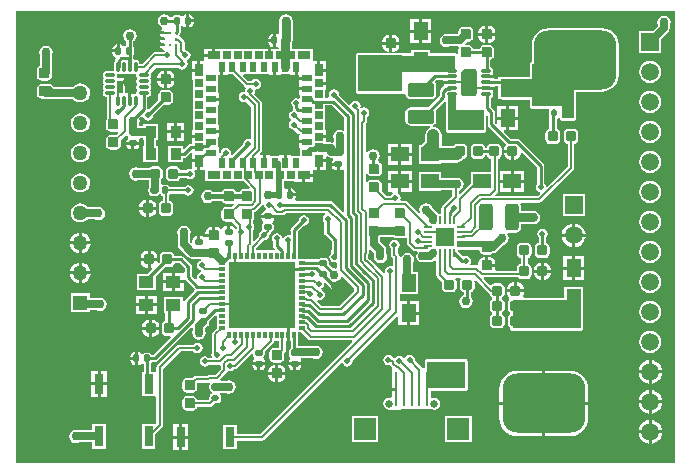
<source format=gtl>
G04 Layer_Physical_Order=1*
G04 Layer_Color=255*
%FSLAX25Y25*%
%MOIN*%
G70*
G01*
G75*
%ADD10R,0.07480X0.07480*%
%ADD11R,0.00984X0.11811*%
G04:AMPARAMS|DCode=12|XSize=34.25mil|YSize=35.83mil|CornerRadius=8.73mil|HoleSize=0mil|Usage=FLASHONLY|Rotation=180.000|XOffset=0mil|YOffset=0mil|HoleType=Round|Shape=RoundedRectangle|*
%AMROUNDEDRECTD12*
21,1,0.03425,0.01836,0,0,180.0*
21,1,0.01678,0.03583,0,0,180.0*
1,1,0.01747,-0.00839,0.00918*
1,1,0.01747,0.00839,0.00918*
1,1,0.01747,0.00839,-0.00918*
1,1,0.01747,-0.00839,-0.00918*
%
%ADD12ROUNDEDRECTD12*%
%ADD13R,0.05000X0.06000*%
G04:AMPARAMS|DCode=14|XSize=20.08mil|YSize=23.62mil|CornerRadius=5.12mil|HoleSize=0mil|Usage=FLASHONLY|Rotation=180.000|XOffset=0mil|YOffset=0mil|HoleType=Round|Shape=RoundedRectangle|*
%AMROUNDEDRECTD14*
21,1,0.02008,0.01338,0,0,180.0*
21,1,0.00984,0.02362,0,0,180.0*
1,1,0.01024,-0.00492,0.00669*
1,1,0.01024,0.00492,0.00669*
1,1,0.01024,0.00492,-0.00669*
1,1,0.01024,-0.00492,-0.00669*
%
%ADD14ROUNDEDRECTD14*%
G04:AMPARAMS|DCode=15|XSize=20.08mil|YSize=23.62mil|CornerRadius=5.12mil|HoleSize=0mil|Usage=FLASHONLY|Rotation=90.000|XOffset=0mil|YOffset=0mil|HoleType=Round|Shape=RoundedRectangle|*
%AMROUNDEDRECTD15*
21,1,0.02008,0.01338,0,0,90.0*
21,1,0.00984,0.02362,0,0,90.0*
1,1,0.01024,0.00669,0.00492*
1,1,0.01024,0.00669,-0.00492*
1,1,0.01024,-0.00669,-0.00492*
1,1,0.01024,-0.00669,0.00492*
%
%ADD15ROUNDEDRECTD15*%
%ADD16R,0.06000X0.05000*%
G04:AMPARAMS|DCode=17|XSize=34.25mil|YSize=35.83mil|CornerRadius=8.73mil|HoleSize=0mil|Usage=FLASHONLY|Rotation=270.000|XOffset=0mil|YOffset=0mil|HoleType=Round|Shape=RoundedRectangle|*
%AMROUNDEDRECTD17*
21,1,0.03425,0.01836,0,0,270.0*
21,1,0.01678,0.03583,0,0,270.0*
1,1,0.01747,-0.00918,-0.00839*
1,1,0.01747,-0.00918,0.00839*
1,1,0.01747,0.00918,0.00839*
1,1,0.01747,0.00918,-0.00839*
%
%ADD17ROUNDEDRECTD17*%
G04:AMPARAMS|DCode=18|XSize=18.11mil|YSize=24.02mil|CornerRadius=4.71mil|HoleSize=0mil|Usage=FLASHONLY|Rotation=270.000|XOffset=0mil|YOffset=0mil|HoleType=Round|Shape=RoundedRectangle|*
%AMROUNDEDRECTD18*
21,1,0.01811,0.01460,0,0,270.0*
21,1,0.00869,0.02402,0,0,270.0*
1,1,0.00942,-0.00730,-0.00435*
1,1,0.00942,-0.00730,0.00435*
1,1,0.00942,0.00730,0.00435*
1,1,0.00942,0.00730,-0.00435*
%
%ADD18ROUNDEDRECTD18*%
G04:AMPARAMS|DCode=19|XSize=18.11mil|YSize=24.02mil|CornerRadius=4.71mil|HoleSize=0mil|Usage=FLASHONLY|Rotation=180.000|XOffset=0mil|YOffset=0mil|HoleType=Round|Shape=RoundedRectangle|*
%AMROUNDEDRECTD19*
21,1,0.01811,0.01460,0,0,180.0*
21,1,0.00869,0.02402,0,0,180.0*
1,1,0.00942,-0.00435,0.00730*
1,1,0.00942,0.00435,0.00730*
1,1,0.00942,0.00435,-0.00730*
1,1,0.00942,-0.00435,-0.00730*
%
%ADD19ROUNDEDRECTD19*%
G04:AMPARAMS|DCode=20|XSize=46.85mil|YSize=87.4mil|CornerRadius=9.84mil|HoleSize=0mil|Usage=FLASHONLY|Rotation=0.000|XOffset=0mil|YOffset=0mil|HoleType=Round|Shape=RoundedRectangle|*
%AMROUNDEDRECTD20*
21,1,0.04685,0.06772,0,0,0.0*
21,1,0.02717,0.08740,0,0,0.0*
1,1,0.01968,0.01359,-0.03386*
1,1,0.01968,-0.01359,-0.03386*
1,1,0.01968,-0.01359,0.03386*
1,1,0.01968,0.01359,0.03386*
%
%ADD20ROUNDEDRECTD20*%
G04:AMPARAMS|DCode=21|XSize=46.85mil|YSize=87.4mil|CornerRadius=9.84mil|HoleSize=0mil|Usage=FLASHONLY|Rotation=90.000|XOffset=0mil|YOffset=0mil|HoleType=Round|Shape=RoundedRectangle|*
%AMROUNDEDRECTD21*
21,1,0.04685,0.06772,0,0,90.0*
21,1,0.02717,0.08740,0,0,90.0*
1,1,0.01968,0.03386,0.01359*
1,1,0.01968,0.03386,-0.01359*
1,1,0.01968,-0.03386,-0.01359*
1,1,0.01968,-0.03386,0.01359*
%
%ADD21ROUNDEDRECTD21*%
%ADD22R,0.03150X0.06693*%
%ADD23R,0.01181X0.02165*%
%ADD24R,0.02165X0.01181*%
%ADD25R,0.22047X0.22047*%
%ADD26R,0.05512X0.06693*%
G04:AMPARAMS|DCode=27|XSize=31.89mil|YSize=10.24mil|CornerRadius=2.76mil|HoleSize=0mil|Usage=FLASHONLY|Rotation=0.000|XOffset=0mil|YOffset=0mil|HoleType=Round|Shape=RoundedRectangle|*
%AMROUNDEDRECTD27*
21,1,0.03189,0.00471,0,0,0.0*
21,1,0.02636,0.01024,0,0,0.0*
1,1,0.00553,0.01318,-0.00235*
1,1,0.00553,-0.01318,-0.00235*
1,1,0.00553,-0.01318,0.00235*
1,1,0.00553,0.01318,0.00235*
%
%ADD27ROUNDEDRECTD27*%
%ADD28R,0.05118X0.04134*%
%ADD29R,0.03543X0.03937*%
%ADD30R,0.06496X0.06496*%
%ADD31R,0.00787X0.02756*%
%ADD32R,0.02756X0.00787*%
%ADD33R,0.02559X0.04331*%
%ADD34R,0.02559X0.02559*%
%ADD35R,0.04331X0.02559*%
%ADD36R,0.02559X0.02559*%
%ADD37R,0.03307X0.01969*%
%ADD38R,0.01969X0.03307*%
%ADD39C,0.01181*%
G04:AMPARAMS|DCode=40|XSize=33.86mil|YSize=11.02mil|CornerRadius=2.76mil|HoleSize=0mil|Usage=FLASHONLY|Rotation=90.000|XOffset=0mil|YOffset=0mil|HoleType=Round|Shape=RoundedRectangle|*
%AMROUNDEDRECTD40*
21,1,0.03386,0.00551,0,0,90.0*
21,1,0.02835,0.01102,0,0,90.0*
1,1,0.00551,0.00276,0.01417*
1,1,0.00551,0.00276,-0.01417*
1,1,0.00551,-0.00276,-0.01417*
1,1,0.00551,-0.00276,0.01417*
%
%ADD40ROUNDEDRECTD40*%
G04:AMPARAMS|DCode=41|XSize=33.86mil|YSize=11.02mil|CornerRadius=2.76mil|HoleSize=0mil|Usage=FLASHONLY|Rotation=180.000|XOffset=0mil|YOffset=0mil|HoleType=Round|Shape=RoundedRectangle|*
%AMROUNDEDRECTD41*
21,1,0.03386,0.00551,0,0,180.0*
21,1,0.02835,0.01102,0,0,180.0*
1,1,0.00551,-0.01417,0.00276*
1,1,0.00551,0.01417,0.00276*
1,1,0.00551,0.01417,-0.00276*
1,1,0.00551,-0.01417,-0.00276*
%
%ADD41ROUNDEDRECTD41*%
%ADD42C,0.00800*%
%ADD43C,0.02500*%
%ADD44C,0.01500*%
%ADD45C,0.01000*%
%ADD46C,0.04000*%
%ADD47C,0.03000*%
%ADD48C,0.00700*%
%ADD49C,0.02000*%
%ADD50R,0.03500X0.00900*%
%ADD51R,0.03789X0.01000*%
%ADD52R,0.14000X0.14000*%
%ADD53R,0.04000X0.08000*%
%ADD54R,0.15000X0.06000*%
%ADD55R,0.12000X0.07000*%
%ADD56R,0.03000X0.07000*%
%ADD57R,0.13000X0.09000*%
%ADD58R,0.15000X0.12000*%
%ADD59R,0.23000X0.05500*%
%ADD60R,0.23000X0.09500*%
%ADD61R,0.12000X0.02300*%
%ADD62R,0.05500X0.00500*%
%ADD63R,0.00818X0.02900*%
%ADD64R,0.01958X0.04478*%
%ADD65C,0.02500*%
G04:AMPARAMS|DCode=66|XSize=275.59mil|YSize=196.85mil|CornerRadius=49.21mil|HoleSize=0mil|Usage=FLASHONLY|Rotation=0.000|XOffset=0mil|YOffset=0mil|HoleType=Round|Shape=RoundedRectangle|*
%AMROUNDEDRECTD66*
21,1,0.27559,0.09843,0,0,0.0*
21,1,0.17716,0.19685,0,0,0.0*
1,1,0.09843,0.08858,-0.04921*
1,1,0.09843,-0.08858,-0.04921*
1,1,0.09843,-0.08858,0.04921*
1,1,0.09843,0.08858,0.04921*
%
%ADD66ROUNDEDRECTD66*%
%ADD67R,0.05906X0.05906*%
%ADD68C,0.05906*%
%ADD69C,0.04961*%
%ADD70R,0.04961X0.04961*%
%ADD71C,0.02000*%
%ADD72C,0.03000*%
%ADD73C,0.02362*%
G36*
X220777Y423D02*
X1223D01*
Y150977D01*
X220777D01*
Y423D01*
D02*
G37*
%LPC*%
G36*
X58811Y149909D02*
Y148200D01*
X60345D01*
Y148369D01*
X60227Y148959D01*
X59893Y149459D01*
X59393Y149793D01*
X58811Y149909D01*
D02*
G37*
G36*
X60345Y147200D02*
X58811D01*
Y145491D01*
X59393Y145607D01*
X59893Y145941D01*
X60227Y146441D01*
X60345Y147031D01*
Y147200D01*
D02*
G37*
G36*
X50500Y149943D02*
X49642Y149772D01*
X48914Y149286D01*
X48428Y148558D01*
X48257Y147700D01*
X48428Y146842D01*
X48914Y146114D01*
X49642Y145628D01*
X49740Y145608D01*
X49753Y145573D01*
X49793Y145088D01*
X49385Y144815D01*
X49033Y144289D01*
X49009Y144168D01*
X50532D01*
Y143168D01*
X49009D01*
X49033Y143048D01*
X49276Y142684D01*
X49033Y142321D01*
X49009Y142200D01*
X50532D01*
Y141200D01*
X49009D01*
X49033Y141079D01*
X49276Y140716D01*
X49033Y140352D01*
X49009Y140232D01*
X50532D01*
Y139232D01*
X49009D01*
X49033Y139111D01*
X49385Y138585D01*
X49911Y138233D01*
X50429Y138130D01*
X50562Y137799D01*
X50579Y137629D01*
X50274Y137426D01*
X50205Y137322D01*
X47500D01*
X47500Y137322D01*
X47071Y137236D01*
X46707Y136993D01*
X43165Y133451D01*
X42223D01*
Y133747D01*
X42147Y134128D01*
X41932Y134451D01*
X41609Y134666D01*
X41228Y134742D01*
X40677D01*
X40224Y135161D01*
Y136227D01*
X40445Y136558D01*
X40539Y137031D01*
Y138369D01*
X40445Y138842D01*
X40224Y139173D01*
Y140872D01*
X40586Y141114D01*
X41072Y141842D01*
X41243Y142700D01*
X41072Y143558D01*
X40586Y144286D01*
X39858Y144772D01*
X39000Y144943D01*
X38142Y144772D01*
X37414Y144286D01*
X36928Y143558D01*
X36757Y142700D01*
X36928Y141842D01*
X37414Y141114D01*
X37776Y140872D01*
Y139590D01*
X37365Y139251D01*
X36880Y139296D01*
X36771Y139459D01*
X36271Y139793D01*
X35689Y139909D01*
Y137700D01*
X35189D01*
Y137200D01*
X33155D01*
Y137031D01*
X33273Y136441D01*
X33607Y135941D01*
X34088Y135619D01*
X34141Y135573D01*
X34290Y135060D01*
X34134Y134827D01*
X34056Y134432D01*
X33853Y134128D01*
X33777Y133747D01*
Y130923D01*
X30953D01*
X30572Y130847D01*
X30249Y130632D01*
X30034Y130309D01*
X29958Y129928D01*
Y129377D01*
X30034Y128997D01*
X30249Y128674D01*
Y128663D01*
X30034Y128340D01*
X29958Y127960D01*
Y127409D01*
X30034Y127028D01*
X30249Y126705D01*
Y126695D01*
X30034Y126372D01*
X29958Y125991D01*
Y125440D01*
X30034Y125059D01*
X30249Y124737D01*
Y124726D01*
X30034Y124404D01*
X29958Y124023D01*
Y123472D01*
X30034Y123091D01*
X30249Y122768D01*
X30572Y122553D01*
X30953Y122477D01*
X31249D01*
Y114907D01*
X31100Y114685D01*
X30978Y114071D01*
Y112392D01*
X31100Y111778D01*
X31448Y111258D01*
X31968Y110910D01*
X32582Y110788D01*
X34418D01*
X34928Y110889D01*
X35188Y110555D01*
X35223Y110477D01*
X34357Y109612D01*
X32582D01*
X31968Y109490D01*
X31448Y109142D01*
X31100Y108622D01*
X30978Y108008D01*
Y106329D01*
X31100Y105715D01*
X31448Y105195D01*
X31968Y104847D01*
X32582Y104725D01*
X34418D01*
X35032Y104847D01*
X35552Y105195D01*
X35900Y105715D01*
X36022Y106329D01*
Y108008D01*
X36006Y108089D01*
X37644Y109726D01*
X38186Y109562D01*
X38189Y109546D01*
X38457Y109145D01*
X38403Y108580D01*
X38241Y108471D01*
X37907Y107971D01*
X37791Y107389D01*
X40000D01*
X42209D01*
X42093Y107971D01*
X42059Y108023D01*
X42326Y108523D01*
X43528D01*
Y108031D01*
X43823D01*
Y105888D01*
X43528D01*
Y100551D01*
X48472D01*
Y105888D01*
X47799D01*
Y108031D01*
X48472D01*
Y113368D01*
X43528D01*
Y112499D01*
X41988D01*
Y113216D01*
X42072Y113342D01*
X42243Y114200D01*
X42075Y115045D01*
X42862Y115831D01*
X43404Y115667D01*
X43430Y115537D01*
X43806Y114974D01*
X44368Y114599D01*
X45031Y114467D01*
X45695Y114599D01*
X46257Y114974D01*
X46633Y115537D01*
X46765Y116200D01*
X46764Y116202D01*
X50287Y119725D01*
X51918D01*
X52532Y119847D01*
X53052Y120195D01*
X53400Y120715D01*
X53522Y121329D01*
Y123008D01*
X53400Y123622D01*
X53052Y124142D01*
X52532Y124490D01*
X51918Y124612D01*
X50082D01*
X49468Y124490D01*
X48948Y124142D01*
X48600Y123622D01*
X48478Y123008D01*
Y121377D01*
X45342Y118241D01*
X45172Y118272D01*
X44853Y118459D01*
Y122477D01*
X45047D01*
X45428Y122553D01*
X45751Y122768D01*
X45966Y123091D01*
X46042Y123472D01*
Y124023D01*
X45966Y124404D01*
X45751Y124726D01*
Y124737D01*
X45966Y125059D01*
X46042Y125440D01*
Y125991D01*
X45966Y126372D01*
X45751Y126695D01*
Y126705D01*
X45966Y127028D01*
X46042Y127409D01*
Y127960D01*
X45966Y128340D01*
X45751Y128663D01*
Y128674D01*
X45966Y128997D01*
X46042Y129377D01*
Y129928D01*
X45966Y130309D01*
X45929Y130365D01*
X47642Y132078D01*
X55205D01*
X55274Y131974D01*
X55837Y131599D01*
X56500Y131467D01*
X57163Y131599D01*
X57726Y131974D01*
X58101Y132537D01*
X58233Y133200D01*
X58101Y133863D01*
X57976Y134052D01*
X58163Y134599D01*
X58726Y134974D01*
X59101Y135537D01*
X59233Y136200D01*
X59101Y136863D01*
X58726Y137426D01*
X58163Y137801D01*
X57500Y137933D01*
X57281Y138400D01*
Y140432D01*
X57281Y140432D01*
X57195Y140861D01*
X56952Y141225D01*
X55962Y142215D01*
X55715Y142380D01*
X55703Y142394D01*
X55553Y142882D01*
X55545Y142957D01*
X55684Y143165D01*
X55699Y143241D01*
X55819Y143421D01*
X55913Y143889D01*
Y145710D01*
X56181Y145945D01*
X56729Y145941D01*
X57229Y145607D01*
X57811Y145491D01*
Y147700D01*
Y149909D01*
X57229Y149793D01*
X56729Y149459D01*
X56620Y149296D01*
X56055Y149243D01*
X55654Y149511D01*
X55181Y149605D01*
X54197D01*
X53724Y149511D01*
X53323Y149243D01*
X53110Y148924D01*
X52328D01*
X52086Y149286D01*
X51358Y149772D01*
X50500Y149943D01*
D02*
G37*
G36*
X139500Y148200D02*
X136500D01*
Y144700D01*
X139500D01*
Y148200D01*
D02*
G37*
G36*
X135500D02*
X132500D01*
Y144700D01*
X135500D01*
Y148200D01*
D02*
G37*
G36*
X158918Y145981D02*
X158500D01*
Y143731D01*
X160828D01*
Y144071D01*
X160683Y144802D01*
X160269Y145421D01*
X159649Y145835D01*
X158918Y145981D01*
D02*
G37*
G36*
X157500D02*
X157082D01*
X156351Y145835D01*
X155731Y145421D01*
X155317Y144802D01*
X155172Y144071D01*
Y143731D01*
X157500D01*
Y145981D01*
D02*
G37*
G36*
X91000Y149943D02*
X90142Y149772D01*
X89414Y149286D01*
X88928Y148558D01*
X88757Y147700D01*
Y143565D01*
X88347Y143282D01*
X88257Y143296D01*
X87689Y143409D01*
Y141200D01*
Y138991D01*
X88115Y139076D01*
X88615Y138781D01*
Y138160D01*
X87823D01*
Y138460D01*
X86043D01*
Y136180D01*
X85043D01*
Y138460D01*
X83264D01*
Y138160D01*
X70106D01*
Y138460D01*
X67441D01*
Y136180D01*
X66941D01*
Y135680D01*
X63776D01*
Y134424D01*
X62520D01*
Y131259D01*
X62020D01*
Y130759D01*
X59740D01*
Y128094D01*
X60040D01*
Y124850D01*
Y121307D01*
Y117764D01*
Y114220D01*
Y111393D01*
X59740D01*
Y109613D01*
X62020D01*
Y108613D01*
X59740D01*
Y106834D01*
X59370Y106794D01*
X58902Y106701D01*
X58505Y106435D01*
X57201Y105132D01*
X56739Y105323D01*
Y105888D01*
X51796D01*
Y100551D01*
X56739D01*
Y101996D01*
X57020D01*
X57488Y102089D01*
X57885Y102355D01*
X59278Y103748D01*
X59740Y103557D01*
Y101641D01*
X62020D01*
Y101141D01*
X62520D01*
Y97976D01*
X64076D01*
Y94240D01*
X76874D01*
X78954Y92160D01*
X78732Y91675D01*
X77082D01*
X76468Y91553D01*
X75948Y91205D01*
X75600Y90685D01*
X75599Y90678D01*
X74401D01*
X74400Y90685D01*
X74052Y91205D01*
X73532Y91553D01*
X72918Y91675D01*
X71082D01*
X70468Y91553D01*
X69948Y91205D01*
X69600Y90685D01*
X69599Y90678D01*
X66658D01*
X66586Y90786D01*
X65858Y91272D01*
X65000Y91443D01*
X64142Y91272D01*
X63414Y90786D01*
X62928Y90058D01*
X62757Y89200D01*
X62928Y88342D01*
X63414Y87614D01*
X64142Y87128D01*
X65000Y86957D01*
X65858Y87128D01*
X66586Y87614D01*
X66658Y87722D01*
X69638D01*
X69948Y87258D01*
X70468Y86910D01*
X71082Y86788D01*
X72918D01*
X73428Y86889D01*
X73688Y86555D01*
X73722Y86477D01*
X72857Y85612D01*
X71082D01*
X70468Y85490D01*
X69948Y85142D01*
X69600Y84622D01*
X69478Y84008D01*
Y82329D01*
X69600Y81715D01*
X69948Y81195D01*
X70468Y80847D01*
X71082Y80725D01*
X72918D01*
X73104Y80762D01*
X74711Y79155D01*
Y78661D01*
X74490Y78459D01*
X74378Y78444D01*
X73898Y78535D01*
X73659Y78893D01*
X73159Y79227D01*
X72569Y79345D01*
X72400D01*
Y77311D01*
X71400D01*
Y79345D01*
X71231D01*
X70641Y79227D01*
X70141Y78893D01*
X69848Y78455D01*
X69548Y78387D01*
X69295Y78382D01*
X69269Y78421D01*
X68649Y78835D01*
X67918Y78981D01*
X67500D01*
Y76231D01*
X67000D01*
Y75731D01*
X63930D01*
X63672Y75651D01*
X63259Y75927D01*
X62669Y76045D01*
X62500D01*
Y74011D01*
X61500D01*
Y76045D01*
X61331D01*
X60741Y75927D01*
X60241Y75593D01*
X59907Y75093D01*
X59789Y74503D01*
Y73972D01*
X59350Y73783D01*
X58988Y74075D01*
Y76216D01*
X59072Y76342D01*
X59243Y77200D01*
X59072Y78058D01*
X58586Y78786D01*
X57858Y79272D01*
X57000Y79443D01*
X56142Y79272D01*
X55414Y78786D01*
X54928Y78058D01*
X54757Y77200D01*
X54928Y76342D01*
X55012Y76216D01*
Y73200D01*
X55163Y72439D01*
X55594Y71794D01*
X58405Y68983D01*
X59050Y68552D01*
X59811Y68401D01*
X62710D01*
X62732Y68390D01*
X62815Y67896D01*
X62690Y67872D01*
X62337Y67801D01*
X61774Y67426D01*
X61399Y66863D01*
X61267Y66200D01*
X61399Y65537D01*
X61774Y64974D01*
X62337Y64599D01*
X62719Y64523D01*
X62796Y64403D01*
X62560Y63846D01*
X62337Y63801D01*
X61774Y63426D01*
X61399Y62863D01*
X61267Y62200D01*
X61348Y61789D01*
X60888Y61543D01*
X59724Y62707D01*
Y65700D01*
X59630Y66168D01*
X59365Y66565D01*
X56865Y69065D01*
X56468Y69330D01*
X56000Y69424D01*
X53914D01*
X53853Y69732D01*
X53505Y70252D01*
X52985Y70600D01*
X52371Y70722D01*
X50692D01*
X50078Y70600D01*
X49558Y70252D01*
X49210Y69732D01*
X49088Y69118D01*
Y67487D01*
X48689Y67088D01*
X48314Y67242D01*
X48218Y67324D01*
Y67700D01*
X45968D01*
Y65372D01*
X46266D01*
X46347Y65276D01*
X46502Y64901D01*
X45068Y63467D01*
X41241D01*
Y57933D01*
X47759D01*
Y62697D01*
X50740Y65678D01*
X52371D01*
X52985Y65800D01*
X53505Y66148D01*
X53853Y66668D01*
X53914Y66976D01*
X55493D01*
X57276Y65193D01*
Y64200D01*
X57114Y63767D01*
X56776Y63767D01*
X54055D01*
Y61200D01*
X57114D01*
Y61214D01*
X57614Y61366D01*
X57635Y61335D01*
X60477Y58493D01*
X60657Y58227D01*
X60491Y57814D01*
X57635Y54958D01*
X57370Y54561D01*
X57314Y54283D01*
X56814Y54332D01*
Y55790D01*
X50296D01*
Y50256D01*
X50808D01*
Y47646D01*
X50578Y47600D01*
X50058Y47252D01*
X49710Y46732D01*
X49588Y46118D01*
Y44282D01*
X49710Y43668D01*
X50058Y43148D01*
X50578Y42800D01*
X51192Y42678D01*
X52445D01*
X52652Y42178D01*
X46897Y36424D01*
X46390D01*
X46177Y36743D01*
X45776Y37011D01*
X45303Y37105D01*
X44319D01*
X43846Y37011D01*
X43445Y36743D01*
X42880Y36797D01*
X42771Y36959D01*
X42271Y37293D01*
X41689Y37409D01*
Y35200D01*
Y32991D01*
X42271Y33107D01*
X42771Y33441D01*
X43319Y33445D01*
X43587Y33210D01*
Y30746D01*
X42993D01*
Y22654D01*
X47378D01*
X47543Y22654D01*
X47878Y22293D01*
Y13607D01*
X47543Y13246D01*
X42993D01*
Y5153D01*
X47543D01*
Y9889D01*
X49793Y12139D01*
X49793Y12139D01*
X50036Y12503D01*
X50122Y12932D01*
X50122Y12932D01*
Y31735D01*
X55965Y37578D01*
X60205D01*
X60274Y37474D01*
X60837Y37099D01*
X61500Y36967D01*
X62163Y37099D01*
X62726Y37474D01*
X63101Y38037D01*
X63233Y38700D01*
X63101Y39363D01*
X62726Y39926D01*
X62163Y40301D01*
X61500Y40433D01*
X60837Y40301D01*
X60274Y39926D01*
X60205Y39822D01*
X55500D01*
X55500Y39822D01*
X55071Y39736D01*
X54707Y39493D01*
X54707Y39493D01*
X48207Y32993D01*
X47964Y32629D01*
X47878Y32200D01*
X47878Y32200D01*
Y31107D01*
X47543Y30746D01*
X47378Y30746D01*
X46035D01*
Y33562D01*
X46177Y33657D01*
X46390Y33977D01*
X47404D01*
X47872Y34070D01*
X48269Y34335D01*
X59512Y45577D01*
X60012Y45370D01*
Y44684D01*
X59928Y44558D01*
X59757Y43700D01*
X59928Y42842D01*
X60414Y42114D01*
X61142Y41628D01*
X62000Y41457D01*
X62858Y41628D01*
X63586Y42114D01*
X64072Y42842D01*
X64243Y43700D01*
X64072Y44558D01*
X63988Y44684D01*
Y45065D01*
X64751Y45828D01*
X65043Y46023D01*
X65311Y46424D01*
X65405Y46897D01*
Y46970D01*
X65488Y47389D01*
X65445Y47604D01*
X67430Y49589D01*
X67930Y49382D01*
Y45177D01*
X66707Y43954D01*
X66464Y43590D01*
X66378Y43161D01*
X66378Y43161D01*
Y37083D01*
X66299Y36963D01*
X66167Y36300D01*
X66262Y35822D01*
X65954Y35322D01*
X65295D01*
X65226Y35426D01*
X64663Y35801D01*
X64000Y35933D01*
X63337Y35801D01*
X62774Y35426D01*
X62399Y34863D01*
X62267Y34200D01*
X62399Y33537D01*
X62774Y32974D01*
X63337Y32599D01*
X64000Y32467D01*
X64663Y32599D01*
X65226Y32974D01*
X65295Y33078D01*
X68909D01*
X68909Y33078D01*
X69278Y32775D01*
Y31830D01*
X69278Y31830D01*
X69323Y31609D01*
X67485Y29772D01*
X65544D01*
X65544Y29772D01*
X65115Y29686D01*
X64751Y29443D01*
X64751Y29443D01*
X64661Y29353D01*
X61000D01*
X61000Y29353D01*
X60571Y29268D01*
X60207Y29025D01*
X60207Y29024D01*
X59857Y28675D01*
X58082D01*
X57468Y28553D01*
X56948Y28205D01*
X56600Y27685D01*
X56478Y27071D01*
Y25392D01*
X56600Y24778D01*
X56948Y24258D01*
X57468Y23910D01*
X58082Y23788D01*
X59918D01*
X60532Y23910D01*
X61052Y24258D01*
X61400Y24778D01*
X61522Y25392D01*
Y27071D01*
X61554Y27110D01*
X65126D01*
X65126Y27110D01*
X65364Y27157D01*
X65671Y26717D01*
X65567Y26562D01*
X65476Y26105D01*
Y26024D01*
X65412Y25700D01*
X65476Y25376D01*
Y25235D01*
X65567Y24779D01*
X65826Y24391D01*
X65893Y24346D01*
X65955Y24255D01*
X66334Y24001D01*
X66317Y23587D01*
X66281Y23481D01*
X66213Y23468D01*
X65826Y23209D01*
X65567Y22821D01*
X65476Y22365D01*
Y21592D01*
X65174Y21290D01*
X61466D01*
X61400Y21622D01*
X61052Y22142D01*
X60532Y22490D01*
X59918Y22612D01*
X58082D01*
X57468Y22490D01*
X56948Y22142D01*
X56600Y21622D01*
X56478Y21008D01*
Y19329D01*
X56600Y18715D01*
X56948Y18195D01*
X57468Y17847D01*
X58082Y17725D01*
X59918D01*
X60532Y17847D01*
X61052Y18195D01*
X61400Y18715D01*
X61466Y19047D01*
X65639D01*
X65639Y19047D01*
X66068Y19132D01*
X66432Y19375D01*
X67358Y20301D01*
X68130D01*
X68587Y20392D01*
X68974Y20651D01*
X69233Y21038D01*
X69324Y21495D01*
Y22365D01*
X69233Y22821D01*
X68974Y23209D01*
X68969Y23212D01*
X69121Y23712D01*
X71016D01*
X71142Y23628D01*
X72000Y23457D01*
X72858Y23628D01*
X73586Y24114D01*
X74072Y24842D01*
X74243Y25700D01*
X74072Y26558D01*
X73586Y27286D01*
X72858Y27772D01*
X72000Y27943D01*
X71142Y27772D01*
X71016Y27688D01*
X69281D01*
X69074Y28188D01*
X71293Y30407D01*
X71293Y30407D01*
X71503Y30720D01*
X71555Y30780D01*
X72101Y31046D01*
X72500Y30967D01*
X73163Y31099D01*
X73726Y31474D01*
X73795Y31578D01*
X74000D01*
X74000Y31578D01*
X74429Y31664D01*
X74793Y31907D01*
X79633Y36747D01*
X79915Y36631D01*
X80098Y36505D01*
X80189Y36046D01*
X80457Y35645D01*
X80404Y35080D01*
X80241Y34971D01*
X79907Y34471D01*
X79791Y33889D01*
X82000D01*
X84209D01*
X84093Y34471D01*
X83759Y34971D01*
X83596Y35080D01*
X83543Y35645D01*
X83811Y36046D01*
X83905Y36519D01*
Y37330D01*
X86746Y40171D01*
X86746Y40171D01*
X86989Y40535D01*
X87074Y40964D01*
X87519Y41130D01*
X88768D01*
Y38675D01*
X87082D01*
X86468Y38553D01*
X85948Y38205D01*
X85600Y37685D01*
X85478Y37071D01*
Y35392D01*
X85600Y34778D01*
X85948Y34258D01*
X86468Y33910D01*
X87082Y33788D01*
X88918D01*
X89532Y33910D01*
X90052Y34258D01*
X90400Y34778D01*
X90522Y35392D01*
Y37071D01*
X90506Y37152D01*
X90683Y37328D01*
X90683Y37328D01*
X90926Y37692D01*
X91011Y38121D01*
X91011Y38121D01*
Y40830D01*
X91358D01*
Y42913D01*
X92358D01*
Y40830D01*
X92603D01*
Y38474D01*
X92457Y38377D01*
X92189Y37976D01*
X92095Y37503D01*
Y36519D01*
X92189Y36046D01*
X92457Y35645D01*
X92404Y35080D01*
X92241Y34971D01*
X91907Y34471D01*
X91791Y33889D01*
X94000D01*
X96209D01*
X96093Y34471D01*
X95932Y34712D01*
X96200Y35212D01*
X100016D01*
X100142Y35128D01*
X101000Y34957D01*
X101858Y35128D01*
X102586Y35614D01*
X103072Y36342D01*
X103243Y37200D01*
X103072Y38058D01*
X102586Y38786D01*
X101858Y39272D01*
X101000Y39443D01*
X100142Y39272D01*
X100016Y39188D01*
X95050D01*
Y41130D01*
X95117D01*
Y44083D01*
X95992D01*
X98468Y41607D01*
X98468Y41607D01*
X98831Y41364D01*
X99261Y41278D01*
X113039D01*
X113230Y40817D01*
X82435Y10022D01*
X74743D01*
Y12946D01*
X70193D01*
Y4854D01*
X74743D01*
Y7778D01*
X82900D01*
X82900Y7778D01*
X83329Y7864D01*
X83693Y8107D01*
X109395Y33809D01*
X109873Y33664D01*
X109899Y33537D01*
X110274Y32974D01*
X110837Y32599D01*
X111500Y32467D01*
X112163Y32599D01*
X112726Y32974D01*
X113101Y33537D01*
X113233Y34200D01*
X113209Y34323D01*
X128038Y49152D01*
X128500Y48961D01*
Y46200D01*
X131500D01*
Y50200D01*
Y54200D01*
X128922D01*
Y56500D01*
X135200D01*
Y63900D01*
X133488D01*
Y67216D01*
X133572Y67342D01*
X133743Y68200D01*
X133572Y69058D01*
X133086Y69786D01*
X132358Y70272D01*
X131500Y70443D01*
X130642Y70272D01*
X129914Y69786D01*
X129428Y69058D01*
X128958Y69187D01*
X128922Y69200D01*
X128836Y69629D01*
X128593Y69993D01*
X128593Y69993D01*
X128322Y70265D01*
Y71705D01*
X128426Y71774D01*
X128801Y72337D01*
X128933Y73000D01*
X128801Y73663D01*
X128426Y74226D01*
X127863Y74601D01*
X127200Y74733D01*
X126537Y74601D01*
X125974Y74226D01*
X125599Y73663D01*
X125467Y73000D01*
X125599Y72337D01*
X125974Y71774D01*
X126078Y71705D01*
Y69800D01*
X126078Y69800D01*
X126164Y69371D01*
X126407Y69007D01*
X126678Y68735D01*
Y66146D01*
X126178Y65838D01*
X125700Y65933D01*
X125037Y65801D01*
X124474Y65426D01*
X124099Y64863D01*
X123967Y64200D01*
X124046Y63803D01*
X123585Y63556D01*
X119148Y67993D01*
X119052Y68058D01*
X118522Y68588D01*
Y69872D01*
X118645Y70056D01*
X118730Y70486D01*
X118730Y70486D01*
Y71466D01*
X119230Y71658D01*
X120512Y70376D01*
Y70184D01*
X120428Y70058D01*
X120257Y69200D01*
X120428Y68342D01*
X120914Y67614D01*
X121642Y67128D01*
X122500Y66957D01*
X123358Y67128D01*
X124086Y67614D01*
X124572Y68342D01*
X124743Y69200D01*
X124572Y70058D01*
X124488Y70184D01*
Y71200D01*
X124337Y71961D01*
X123906Y72606D01*
X122488Y74023D01*
Y75652D01*
X122530Y75680D01*
X126970D01*
X127468Y75347D01*
X128082Y75225D01*
X129918D01*
X130532Y75347D01*
X130878Y75579D01*
X131378Y75352D01*
Y73730D01*
X131378Y73730D01*
X131464Y73301D01*
X131707Y72937D01*
X133337Y71307D01*
X133337Y71307D01*
X133701Y71064D01*
X134130Y70978D01*
X134820D01*
X135009Y70478D01*
X134663Y69961D01*
X134512Y69200D01*
X134663Y68439D01*
X135094Y67794D01*
X135739Y67363D01*
X136500Y67212D01*
X139006D01*
X139767Y67363D01*
X140412Y67794D01*
X140428Y67810D01*
X141223D01*
Y62856D01*
X141223Y62856D01*
X141308Y62427D01*
X141551Y62063D01*
X143025Y60589D01*
Y58782D01*
X143147Y58168D01*
X143495Y57648D01*
X144015Y57300D01*
X144629Y57178D01*
X146308D01*
X146922Y57300D01*
X147442Y57648D01*
X147790Y58168D01*
X147912Y58782D01*
Y60618D01*
X147790Y61232D01*
X147558Y61578D01*
X147785Y62078D01*
X149215D01*
X149442Y61578D01*
X149210Y61232D01*
X149088Y60618D01*
Y58782D01*
X149210Y58168D01*
X149558Y57648D01*
X150078Y57300D01*
X150308Y57254D01*
Y56305D01*
X150142Y56272D01*
X149414Y55786D01*
X148928Y55058D01*
X148757Y54200D01*
X148928Y53342D01*
X149414Y52614D01*
X150142Y52128D01*
X151000Y51957D01*
X151858Y52128D01*
X152586Y52614D01*
X153072Y53342D01*
X153243Y54200D01*
X153072Y55058D01*
X152755Y55533D01*
Y57254D01*
X152985Y57300D01*
X153505Y57648D01*
X153853Y58168D01*
X153975Y58782D01*
Y60618D01*
X153897Y61010D01*
X154358Y61256D01*
X158707Y56907D01*
X158707Y56907D01*
X159045Y56681D01*
X159147Y56168D01*
X159495Y55648D01*
X159715Y55501D01*
Y54899D01*
X159495Y54752D01*
X159147Y54232D01*
X159025Y53618D01*
Y51782D01*
X159147Y51168D01*
X159495Y50648D01*
X159715Y50501D01*
Y49899D01*
X159495Y49752D01*
X159147Y49232D01*
X159025Y48618D01*
Y46782D01*
X159147Y46168D01*
X159495Y45648D01*
X160015Y45300D01*
X160629Y45178D01*
X162308D01*
X162922Y45300D01*
X163442Y45648D01*
X163790Y46168D01*
X163912Y46782D01*
Y48618D01*
X163790Y49232D01*
X163442Y49752D01*
X163222Y49899D01*
Y50501D01*
X163442Y50648D01*
X163790Y51168D01*
X163912Y51782D01*
Y53618D01*
X163790Y54232D01*
X163442Y54752D01*
X163222Y54899D01*
Y55501D01*
X163442Y55648D01*
X163790Y56168D01*
X163912Y56782D01*
Y58618D01*
X163790Y59232D01*
X163442Y59752D01*
X162922Y60100D01*
X162308Y60222D01*
X160629D01*
X160015Y60100D01*
X159495Y59752D01*
X159075Y59711D01*
X157014Y61772D01*
X157205Y62234D01*
X168437D01*
X168495Y62148D01*
X169015Y61800D01*
X169629Y61678D01*
X171308D01*
X171922Y61800D01*
X172442Y62148D01*
X172790Y62668D01*
X172912Y63282D01*
Y65118D01*
X172790Y65732D01*
X172442Y66252D01*
X171922Y66600D01*
X171590Y66666D01*
Y68734D01*
X171922Y68800D01*
X172442Y69148D01*
X172790Y69668D01*
X172912Y70282D01*
Y72118D01*
X172790Y72732D01*
X172442Y73252D01*
X171922Y73600D01*
X171308Y73722D01*
X169629D01*
X169015Y73600D01*
X168495Y73252D01*
X168147Y72732D01*
X168025Y72118D01*
Y70282D01*
X168147Y69668D01*
X168495Y69148D01*
X169015Y68800D01*
X169347Y68734D01*
Y66666D01*
X169015Y66600D01*
X168495Y66252D01*
X168147Y65732D01*
X168025Y65118D01*
Y64477D01*
X161157D01*
X160758Y64978D01*
X160828Y65329D01*
Y65668D01*
X158000D01*
Y66168D01*
X157500D01*
Y68918D01*
X157082D01*
X156351Y68772D01*
X155731Y68358D01*
X155317Y67739D01*
X155172Y67008D01*
Y66543D01*
X154672Y66191D01*
X154521Y66222D01*
X154520Y66222D01*
X152658D01*
X152391Y66722D01*
X152601Y67037D01*
X152733Y67700D01*
X152601Y68363D01*
X152226Y68926D01*
X151663Y69301D01*
X151000Y69433D01*
X150337Y69301D01*
X150006Y69081D01*
X148243Y70844D01*
Y71452D01*
X148248D01*
Y71457D01*
X151590D01*
Y71486D01*
X155478D01*
Y71392D01*
X155600Y70778D01*
X155948Y70258D01*
X156468Y69910D01*
X157082Y69788D01*
X158918D01*
X159532Y69910D01*
X160030Y70243D01*
X160031D01*
X160792Y70395D01*
X161437Y70826D01*
X163710Y73098D01*
X163858Y73128D01*
X164586Y73614D01*
X165072Y74342D01*
X165243Y75200D01*
X165072Y76058D01*
X164671Y76659D01*
X164919Y77119D01*
X164919Y77119D01*
X165031Y77097D01*
X167748D01*
X168405Y77228D01*
X168962Y77600D01*
X169335Y78157D01*
X169465Y78814D01*
Y79957D01*
X173500D01*
X174358Y80128D01*
X175086Y80614D01*
X175572Y81342D01*
X175743Y82200D01*
X175572Y83058D01*
X175086Y83786D01*
X174358Y84272D01*
X173500Y84443D01*
X169465D01*
Y85586D01*
X169335Y86243D01*
X169077Y86629D01*
X169301Y87129D01*
X175500D01*
X175910Y87211D01*
X176257Y87443D01*
X186788Y97974D01*
X187021Y98322D01*
X187102Y98731D01*
Y106724D01*
X187485Y106800D01*
X188005Y107148D01*
X188353Y107668D01*
X188475Y108282D01*
Y110118D01*
X188353Y110732D01*
X188005Y111252D01*
X187485Y111600D01*
X186871Y111722D01*
X185192D01*
X184578Y111600D01*
X184058Y111252D01*
X183710Y110732D01*
X183588Y110118D01*
Y108282D01*
X183710Y107668D01*
X184058Y107148D01*
X184578Y106800D01*
X184961Y106724D01*
Y99175D01*
X178200Y92414D01*
X177658Y92579D01*
X177601Y92863D01*
X177226Y93426D01*
X177224Y93427D01*
Y99421D01*
X177130Y99889D01*
X176865Y100286D01*
X169095Y108056D01*
X168698Y108322D01*
X168229Y108415D01*
X166016D01*
X163692Y110738D01*
X163884Y111200D01*
X164500D01*
Y114700D01*
X161500D01*
Y113660D01*
X161049Y113465D01*
X160723Y113731D01*
Y117200D01*
X160630Y117668D01*
X160365Y118065D01*
X159423Y119007D01*
Y122132D01*
X159711Y122324D01*
X159927Y122647D01*
X160003Y123028D01*
Y123498D01*
X159927Y123879D01*
X159836Y124015D01*
X159927Y124076D01*
X160209Y124498D01*
X160256Y124732D01*
X157689D01*
Y125732D01*
X160516D01*
X160717Y125977D01*
X161800D01*
Y121500D01*
X162931D01*
X163000Y121486D01*
X172286D01*
Y119200D01*
X172341Y118927D01*
X172495Y118695D01*
X172727Y118541D01*
X173000Y118486D01*
X178558D01*
X178686Y118333D01*
X178872Y117986D01*
X178802Y117630D01*
Y116170D01*
X178876Y115793D01*
Y111672D01*
X178515Y111600D01*
X177995Y111252D01*
X177647Y110732D01*
X177525Y110118D01*
Y108282D01*
X177647Y107668D01*
X177995Y107148D01*
X178515Y106800D01*
X179129Y106678D01*
X180808D01*
X181422Y106800D01*
X181942Y107148D01*
X182290Y107668D01*
X182412Y108282D01*
Y110118D01*
X182290Y110732D01*
X181942Y111252D01*
X181422Y111600D01*
X181324Y111620D01*
Y115069D01*
X181709Y115326D01*
X181786Y115442D01*
X182286Y115290D01*
Y115200D01*
X182341Y114927D01*
X182495Y114695D01*
X182727Y114541D01*
X183000Y114486D01*
X187000D01*
X187273Y114541D01*
X187505Y114695D01*
X187659Y114927D01*
X187714Y115200D01*
Y123200D01*
Y124109D01*
X196358D01*
X197826Y124302D01*
X199193Y124869D01*
X200367Y125770D01*
X201268Y126944D01*
X201835Y128311D01*
X202028Y129779D01*
Y139621D01*
X201835Y141089D01*
X201268Y142456D01*
X200367Y143630D01*
X199193Y144531D01*
X197826Y145098D01*
X196358Y145291D01*
X178642D01*
X177174Y145098D01*
X175807Y144531D01*
X174633Y143630D01*
X173732Y142456D01*
X173165Y141089D01*
X172972Y139621D01*
Y133908D01*
X172727Y133859D01*
X172495Y133705D01*
X172341Y133473D01*
X172286Y133200D01*
Y128914D01*
X163000D01*
X162931Y128900D01*
X161800D01*
Y128424D01*
X160717D01*
X160516Y128668D01*
X157689D01*
Y129668D01*
X160256D01*
X160209Y129902D01*
X159927Y130324D01*
X159836Y130385D01*
X159927Y130521D01*
X160003Y130902D01*
Y131372D01*
X159927Y131753D01*
X159711Y132076D01*
X159388Y132292D01*
X159223Y132325D01*
Y134786D01*
X159532Y134847D01*
X160052Y135195D01*
X160400Y135715D01*
X160522Y136329D01*
Y138008D01*
X160400Y138622D01*
X160052Y139142D01*
X159532Y139490D01*
X158918Y139612D01*
X157082D01*
X156468Y139490D01*
X155948Y139142D01*
X155600Y138622D01*
X155554Y138392D01*
X153446D01*
X153400Y138622D01*
X153052Y139142D01*
X152532Y139490D01*
X151918Y139612D01*
X150899D01*
X150692Y140112D01*
X151368Y140788D01*
X151918D01*
X152532Y140910D01*
X153052Y141258D01*
X153400Y141778D01*
X153522Y142392D01*
Y144071D01*
X153400Y144685D01*
X153052Y145205D01*
X152532Y145553D01*
X151918Y145675D01*
X150082D01*
X149468Y145553D01*
X148948Y145205D01*
X148600Y144685D01*
X148478Y144071D01*
Y143521D01*
X148145Y143188D01*
X145484D01*
X145358Y143272D01*
X144500Y143443D01*
X143642Y143272D01*
X142914Y142786D01*
X142428Y142058D01*
X142257Y141200D01*
X142428Y140342D01*
X142914Y139614D01*
X143642Y139128D01*
X144500Y138957D01*
X145358Y139128D01*
X145484Y139212D01*
X148393D01*
X148660Y138712D01*
X148600Y138622D01*
X148478Y138008D01*
Y136897D01*
X148126Y136754D01*
X147978Y136723D01*
X147773Y136859D01*
X147500Y136914D01*
X139200D01*
Y137900D01*
X132800D01*
Y136914D01*
X115000D01*
X114727Y136859D01*
X114495Y136705D01*
X114341Y136473D01*
X114286Y136200D01*
Y124200D01*
X114341Y123927D01*
X114495Y123695D01*
X114727Y123541D01*
X115000Y123486D01*
X130000D01*
X130273Y123541D01*
X130397Y123623D01*
X130775Y123493D01*
X130897Y123402D01*
Y123231D01*
X131028Y122574D01*
X131400Y122017D01*
X131957Y121645D01*
X132614Y121514D01*
X139386D01*
X140043Y121645D01*
X140600Y122017D01*
X140972Y122574D01*
X141103Y123231D01*
Y125948D01*
X140972Y126605D01*
X140600Y127162D01*
X140574Y127433D01*
X141086Y127945D01*
X143283D01*
X143484Y127700D01*
X146311D01*
Y126700D01*
X143744D01*
X143791Y126467D01*
X143811Y126436D01*
X143913Y126105D01*
X143516Y125840D01*
X142651Y124975D01*
X142386Y124578D01*
X142293Y124110D01*
Y122723D01*
X138455Y118886D01*
X132614D01*
X131957Y118755D01*
X131400Y118383D01*
X131028Y117826D01*
X130897Y117169D01*
Y114452D01*
X131028Y113795D01*
X131400Y113238D01*
X131957Y112865D01*
X132614Y112735D01*
X139164D01*
X139264Y112235D01*
X138838Y112058D01*
X138274Y111626D01*
X137842Y111062D01*
X137569Y110405D01*
X137477Y109700D01*
Y107528D01*
X136349Y106400D01*
X135300D01*
Y104377D01*
X135277Y104200D01*
X135300Y104023D01*
Y100000D01*
X142700D01*
Y100477D01*
X147968D01*
X148673Y100569D01*
X149330Y100841D01*
X149894Y101274D01*
X150275Y101771D01*
X150422Y101800D01*
X150942Y102148D01*
X151290Y102668D01*
X151412Y103282D01*
Y105118D01*
X151290Y105732D01*
X150942Y106252D01*
X150422Y106600D01*
X149808Y106722D01*
X148129D01*
X147515Y106600D01*
X146995Y106252D01*
X146775Y105923D01*
X143240D01*
X142910Y106299D01*
X142923Y106400D01*
Y109700D01*
X142831Y110405D01*
X142558Y111062D01*
X142126Y111626D01*
X141562Y112058D01*
X140905Y112330D01*
X140200Y112423D01*
X140153Y112555D01*
X140121Y112917D01*
X140600Y113238D01*
X140972Y113795D01*
X141103Y114452D01*
Y117169D01*
X140972Y117826D01*
X140926Y117896D01*
X143824Y120794D01*
X144286Y120603D01*
Y116200D01*
Y111200D01*
X144341Y110927D01*
X144495Y110695D01*
X144727Y110541D01*
X145000Y110486D01*
X157000D01*
X157273Y110541D01*
X157505Y110695D01*
X157659Y110927D01*
X157714Y111200D01*
Y116069D01*
X158214Y116337D01*
X158276Y116295D01*
Y113200D01*
X158370Y112732D01*
X158635Y112335D01*
X164356Y106614D01*
X164342Y106469D01*
X163928Y105849D01*
X163782Y105118D01*
Y104700D01*
X166532D01*
Y104200D01*
X167032D01*
Y101372D01*
X167371D01*
X168102Y101517D01*
X168721Y101931D01*
X169135Y102551D01*
X169281Y103282D01*
Y103756D01*
X169743Y103948D01*
X174776Y98914D01*
Y93427D01*
X174774Y93426D01*
X174399Y92863D01*
X174267Y92200D01*
X174399Y91537D01*
X174774Y90974D01*
X175337Y90599D01*
X175621Y90542D01*
X175786Y90000D01*
X175057Y89271D01*
X160866D01*
X160674Y89732D01*
X161393Y90451D01*
X161636Y90815D01*
X161722Y91244D01*
X161722Y91244D01*
Y101760D01*
X161922Y101800D01*
X162442Y102148D01*
X162790Y102668D01*
X162912Y103282D01*
Y105118D01*
X162790Y105732D01*
X162442Y106252D01*
X161922Y106600D01*
X161308Y106722D01*
X159629D01*
X159015Y106600D01*
X158495Y106252D01*
X158147Y105732D01*
X158086Y105423D01*
X157414D01*
X157353Y105732D01*
X157005Y106252D01*
X156485Y106600D01*
X155871Y106722D01*
X154192D01*
X153578Y106600D01*
X153058Y106252D01*
X152710Y105732D01*
X152588Y105118D01*
Y103282D01*
X152710Y102668D01*
X153058Y102148D01*
X153578Y101800D01*
X154192Y101678D01*
X155871D01*
X156485Y101800D01*
X157005Y102148D01*
X157353Y102668D01*
X157414Y102977D01*
X158086D01*
X158147Y102668D01*
X158495Y102148D01*
X159015Y101800D01*
X159478Y101708D01*
Y97400D01*
X152800D01*
Y93586D01*
X149183Y89970D01*
X148722Y90161D01*
Y91100D01*
X148858Y91128D01*
X149586Y91614D01*
X150072Y92342D01*
X150243Y93200D01*
X150072Y94058D01*
X149586Y94786D01*
X148858Y95272D01*
X148000Y95443D01*
X147142Y95272D01*
X147016Y95188D01*
X142700D01*
Y97400D01*
X135300D01*
Y91000D01*
X142700D01*
Y91212D01*
X146478D01*
Y89384D01*
X143182Y86088D01*
X142939Y85724D01*
X142853Y85295D01*
X142853Y85295D01*
Y83290D01*
X141845D01*
X141487Y83824D01*
X139902Y85410D01*
X139872Y85558D01*
X139386Y86286D01*
X138658Y86772D01*
X137800Y86943D01*
X136942Y86772D01*
X136214Y86286D01*
X135728Y85558D01*
X135557Y84700D01*
X135712Y83919D01*
X135527Y83740D01*
X135300Y83624D01*
X131587Y87337D01*
X131223Y87580D01*
X130794Y87666D01*
X130794Y87666D01*
X129409D01*
X129127Y88166D01*
X129233Y88700D01*
X129101Y89363D01*
X128726Y89926D01*
X128315Y90200D01*
X128467Y90700D01*
X128500D01*
Y93700D01*
X125000D01*
Y90700D01*
X126533D01*
X126685Y90200D01*
X126274Y89926D01*
X125899Y89363D01*
X125890Y89322D01*
X124496D01*
X122900Y90917D01*
X123022Y91529D01*
Y93208D01*
X122900Y93822D01*
X122552Y94342D01*
X122032Y94690D01*
X121418Y94812D01*
X119582D01*
X118968Y94690D01*
X118448Y94342D01*
X118122Y93854D01*
X118085Y93849D01*
X117622Y94132D01*
Y96668D01*
X118085Y96951D01*
X118122Y96946D01*
X118448Y96458D01*
X118968Y96110D01*
X119582Y95988D01*
X121418D01*
X122032Y96110D01*
X122552Y96458D01*
X122900Y96978D01*
X123022Y97592D01*
Y99271D01*
X122900Y99885D01*
X122552Y100405D01*
X122032Y100753D01*
X122004Y100758D01*
X121983Y100782D01*
X121814Y101306D01*
X122172Y101842D01*
X122343Y102700D01*
X122172Y103558D01*
X121686Y104286D01*
X120958Y104772D01*
X120100Y104943D01*
X119242Y104772D01*
X118514Y104286D01*
X118122Y103699D01*
X117622Y103851D01*
Y113335D01*
X117893Y113607D01*
X117893Y113607D01*
X118136Y113971D01*
X118222Y114400D01*
X118222Y114400D01*
Y115805D01*
X118326Y115874D01*
X118701Y116437D01*
X118833Y117100D01*
X118701Y117763D01*
X118326Y118326D01*
X117763Y118701D01*
X117100Y118833D01*
X116437Y118701D01*
X115972Y118797D01*
X115857Y118915D01*
X115933Y119300D01*
X115801Y119963D01*
X115426Y120526D01*
X114863Y120901D01*
X114200Y121033D01*
X113537Y120901D01*
X112974Y120526D01*
X112629Y120009D01*
X112501Y119927D01*
X112119Y119811D01*
X108841Y123090D01*
X108841Y123092D01*
X108709Y123755D01*
X108334Y124318D01*
X107771Y124693D01*
X107108Y124825D01*
X106445Y124693D01*
X105882Y124318D01*
X105507Y123755D01*
X105375Y123092D01*
X105486Y122531D01*
X105217Y122031D01*
X103960D01*
Y124550D01*
X104260D01*
Y126330D01*
X101980D01*
Y127330D01*
X104260D01*
Y128094D01*
Y130759D01*
X101980D01*
Y131259D01*
X101480D01*
Y134424D01*
X99924D01*
Y138160D01*
X93101D01*
Y140676D01*
X93243Y141389D01*
Y147700D01*
X93072Y148558D01*
X92586Y149286D01*
X91858Y149772D01*
X91000Y149943D01*
D02*
G37*
G36*
X86689Y143409D02*
X86107Y143293D01*
X85607Y142959D01*
X85273Y142459D01*
X85155Y141869D01*
Y141700D01*
X86689D01*
Y143409D01*
D02*
G37*
G36*
X126918Y142981D02*
X126500D01*
Y140732D01*
X128828D01*
Y141071D01*
X128683Y141802D01*
X128269Y142421D01*
X127649Y142835D01*
X126918Y142981D01*
D02*
G37*
G36*
X125500D02*
X125082D01*
X124351Y142835D01*
X123731Y142421D01*
X123317Y141802D01*
X123172Y141071D01*
Y140732D01*
X125500D01*
Y142981D01*
D02*
G37*
G36*
X160828Y142731D02*
X158500D01*
Y140482D01*
X158918D01*
X159649Y140628D01*
X160269Y141042D01*
X160683Y141661D01*
X160828Y142392D01*
Y142731D01*
D02*
G37*
G36*
X157500D02*
X155172D01*
Y142392D01*
X155317Y141661D01*
X155731Y141042D01*
X156351Y140628D01*
X157082Y140482D01*
X157500D01*
Y142731D01*
D02*
G37*
G36*
X139500Y143700D02*
X136500D01*
Y140200D01*
X139500D01*
Y143700D01*
D02*
G37*
G36*
X135500D02*
X132500D01*
Y140200D01*
X135500D01*
Y143700D01*
D02*
G37*
G36*
X86689Y140700D02*
X85155D01*
Y140531D01*
X85273Y139941D01*
X85607Y139441D01*
X86107Y139107D01*
X86689Y138991D01*
Y140700D01*
D02*
G37*
G36*
X34689Y139909D02*
X34107Y139793D01*
X33607Y139459D01*
X33273Y138959D01*
X33155Y138369D01*
Y138200D01*
X34689D01*
Y139909D01*
D02*
G37*
G36*
X128828Y139732D02*
X126500D01*
Y137482D01*
X126918D01*
X127649Y137628D01*
X128269Y138042D01*
X128683Y138661D01*
X128828Y139392D01*
Y139732D01*
D02*
G37*
G36*
X125500D02*
X123172D01*
Y139392D01*
X123317Y138661D01*
X123731Y138042D01*
X124351Y137628D01*
X125082Y137482D01*
X125500D01*
Y139732D01*
D02*
G37*
G36*
X217000Y149443D02*
X216142Y149272D01*
X215414Y148786D01*
X214928Y148058D01*
X214757Y147200D01*
X214928Y146342D01*
X215012Y146216D01*
Y146023D01*
X213341Y144353D01*
X208847D01*
Y137047D01*
X216153D01*
Y141541D01*
X218406Y143794D01*
X218837Y144439D01*
X218988Y145200D01*
Y146216D01*
X219072Y146342D01*
X219243Y147200D01*
X219072Y148058D01*
X218586Y148786D01*
X217858Y149272D01*
X217000Y149443D01*
D02*
G37*
G36*
X66441Y138460D02*
X63776D01*
Y136680D01*
X66441D01*
Y138460D01*
D02*
G37*
G36*
X61520Y134424D02*
X59740D01*
Y131759D01*
X61520D01*
Y134424D01*
D02*
G37*
G36*
X104260D02*
X102480D01*
Y131759D01*
X104260D01*
Y134424D01*
D02*
G37*
G36*
X51918Y130981D02*
X51500D01*
Y128732D01*
X53828D01*
Y129071D01*
X53683Y129802D01*
X53269Y130421D01*
X52649Y130835D01*
X51918Y130981D01*
D02*
G37*
G36*
X50500D02*
X50082D01*
X49351Y130835D01*
X48731Y130421D01*
X48317Y129802D01*
X48172Y129071D01*
Y128732D01*
X50500D01*
Y130981D01*
D02*
G37*
G36*
X11000Y139443D02*
X10142Y139272D01*
X9414Y138786D01*
X8928Y138058D01*
X8757Y137200D01*
X8928Y136342D01*
X9012Y136216D01*
Y132562D01*
X8968Y132553D01*
X8448Y132205D01*
X8100Y131685D01*
X7978Y131071D01*
Y129392D01*
X8100Y128778D01*
X8448Y128258D01*
X8968Y127910D01*
X9582Y127788D01*
X11418D01*
X12032Y127910D01*
X12552Y128258D01*
X12900Y128778D01*
X13022Y129392D01*
Y131071D01*
X12988Y131241D01*
Y136216D01*
X13072Y136342D01*
X13243Y137200D01*
X13072Y138058D01*
X12586Y138786D01*
X11858Y139272D01*
X11000Y139443D01*
D02*
G37*
G36*
X212500Y134384D02*
X211546Y134259D01*
X210658Y133891D01*
X209895Y133305D01*
X209309Y132542D01*
X208941Y131654D01*
X208816Y130700D01*
X208941Y129746D01*
X209309Y128858D01*
X209895Y128095D01*
X210658Y127509D01*
X211546Y127141D01*
X212500Y127016D01*
X213454Y127141D01*
X214342Y127509D01*
X215105Y128095D01*
X215691Y128858D01*
X216059Y129746D01*
X216184Y130700D01*
X216059Y131654D01*
X215691Y132542D01*
X215105Y133305D01*
X214342Y133891D01*
X213454Y134259D01*
X212500Y134384D01*
D02*
G37*
G36*
X22500Y126908D02*
X21670Y126798D01*
X20896Y126478D01*
X20232Y125968D01*
X20017Y125688D01*
X13706D01*
X13406Y126137D01*
X12761Y126568D01*
X12000Y126720D01*
X11438Y126608D01*
X11418Y126612D01*
X9582D01*
X8968Y126490D01*
X8448Y126142D01*
X8100Y125622D01*
X7978Y125008D01*
Y123329D01*
X8100Y122715D01*
X8448Y122195D01*
X8968Y121847D01*
X9582Y121725D01*
X10902D01*
X10968Y121712D01*
X20017D01*
X20232Y121432D01*
X20896Y120922D01*
X21670Y120601D01*
X22500Y120492D01*
X23330Y120601D01*
X24104Y120922D01*
X24768Y121432D01*
X25278Y122096D01*
X25598Y122870D01*
X25708Y123700D01*
X25598Y124530D01*
X25278Y125304D01*
X24768Y125968D01*
X24104Y126478D01*
X23330Y126798D01*
X22500Y126908D01*
D02*
G37*
G36*
X53828Y127732D02*
X51500D01*
Y125482D01*
X51918D01*
X52649Y125628D01*
X53269Y126042D01*
X53683Y126661D01*
X53828Y127392D01*
Y127732D01*
D02*
G37*
G36*
X50500D02*
X48172D01*
Y127392D01*
X48317Y126661D01*
X48731Y126042D01*
X49351Y125628D01*
X50082Y125482D01*
X50500D01*
Y127732D01*
D02*
G37*
G36*
X212500Y124384D02*
X211546Y124259D01*
X210658Y123891D01*
X209895Y123305D01*
X209309Y122542D01*
X208941Y121654D01*
X208816Y120700D01*
X208941Y119746D01*
X209309Y118858D01*
X209895Y118095D01*
X210658Y117509D01*
X211546Y117141D01*
X212500Y117016D01*
X213454Y117141D01*
X214342Y117509D01*
X215105Y118095D01*
X215691Y118858D01*
X216059Y119746D01*
X216184Y120700D01*
X216059Y121654D01*
X215691Y122542D01*
X215105Y123305D01*
X214342Y123891D01*
X213454Y124259D01*
X212500Y124384D01*
D02*
G37*
G36*
X168500Y119200D02*
X165500D01*
Y115700D01*
X168500D01*
Y119200D01*
D02*
G37*
G36*
X164500D02*
X161500D01*
Y115700D01*
X164500D01*
Y119200D01*
D02*
G37*
G36*
X168500Y114700D02*
X165500D01*
Y111200D01*
X168500D01*
Y114700D01*
D02*
G37*
G36*
X57039Y113669D02*
X54768D01*
Y111200D01*
X57039D01*
Y113669D01*
D02*
G37*
G36*
X53768D02*
X51496D01*
Y111200D01*
X53768D01*
Y113669D01*
D02*
G37*
G36*
X22500Y116908D02*
X21670Y116798D01*
X20896Y116478D01*
X20232Y115968D01*
X19722Y115304D01*
X19402Y114530D01*
X19292Y113700D01*
X19402Y112870D01*
X19722Y112096D01*
X20232Y111432D01*
X20896Y110922D01*
X21670Y110601D01*
X22500Y110492D01*
X23330Y110601D01*
X24104Y110922D01*
X24768Y111432D01*
X25278Y112096D01*
X25598Y112870D01*
X25708Y113700D01*
X25598Y114530D01*
X25278Y115304D01*
X24768Y115968D01*
X24104Y116478D01*
X23330Y116798D01*
X22500Y116908D01*
D02*
G37*
G36*
X57039Y110200D02*
X54768D01*
Y107731D01*
X57039D01*
Y110200D01*
D02*
G37*
G36*
X53768D02*
X51496D01*
Y107731D01*
X53768D01*
Y110200D01*
D02*
G37*
G36*
X212500Y114384D02*
X211546Y114259D01*
X210658Y113891D01*
X209895Y113305D01*
X209309Y112542D01*
X208941Y111654D01*
X208816Y110700D01*
X208941Y109746D01*
X209309Y108858D01*
X209895Y108095D01*
X210658Y107509D01*
X211546Y107141D01*
X212500Y107016D01*
X213454Y107141D01*
X214342Y107509D01*
X215105Y108095D01*
X215691Y108858D01*
X216059Y109746D01*
X216184Y110700D01*
X216059Y111654D01*
X215691Y112542D01*
X215105Y113305D01*
X214342Y113891D01*
X213454Y114259D01*
X212500Y114384D01*
D02*
G37*
G36*
X42209Y106389D02*
X40500D01*
Y104855D01*
X40669D01*
X41259Y104973D01*
X41759Y105307D01*
X42093Y105807D01*
X42209Y106389D01*
D02*
G37*
G36*
X39500D02*
X37791D01*
X37907Y105807D01*
X38241Y105307D01*
X38741Y104973D01*
X39331Y104855D01*
X39500D01*
Y106389D01*
D02*
G37*
G36*
X133000Y106700D02*
X129500D01*
Y103700D01*
X133000D01*
Y106700D01*
D02*
G37*
G36*
X128500D02*
X125000D01*
Y103700D01*
X128500D01*
Y106700D01*
D02*
G37*
G36*
X166032Y103700D02*
X163782D01*
Y103282D01*
X163928Y102551D01*
X164342Y101931D01*
X164961Y101517D01*
X165692Y101372D01*
X166032D01*
Y103700D01*
D02*
G37*
G36*
X22500Y106908D02*
X21670Y106799D01*
X20896Y106478D01*
X20232Y105968D01*
X19722Y105304D01*
X19402Y104530D01*
X19292Y103700D01*
X19402Y102870D01*
X19722Y102096D01*
X20232Y101432D01*
X20896Y100922D01*
X21670Y100601D01*
X22500Y100492D01*
X23330Y100601D01*
X24104Y100922D01*
X24768Y101432D01*
X25278Y102096D01*
X25598Y102870D01*
X25708Y103700D01*
X25598Y104530D01*
X25278Y105304D01*
X24768Y105968D01*
X24104Y106478D01*
X23330Y106799D01*
X22500Y106908D01*
D02*
G37*
G36*
X133000Y102700D02*
X129500D01*
Y99700D01*
X133000D01*
Y102700D01*
D02*
G37*
G36*
X128500D02*
X125000D01*
Y99700D01*
X128500D01*
Y102700D01*
D02*
G37*
G36*
X48308Y99222D02*
X46629D01*
X46015Y99100D01*
X45495Y98752D01*
X45452Y98688D01*
X41984D01*
X41858Y98772D01*
X41000Y98943D01*
X40142Y98772D01*
X39414Y98286D01*
X38928Y97558D01*
X38757Y96700D01*
X38928Y95842D01*
X39414Y95114D01*
X40142Y94628D01*
X41000Y94457D01*
X41858Y94628D01*
X41984Y94712D01*
X45452D01*
X45480Y94670D01*
Y92153D01*
X45352Y91961D01*
X45201Y91200D01*
X45352Y90439D01*
X45534Y90168D01*
X45555Y90058D01*
X45823Y89657D01*
X46224Y89389D01*
X46697Y89295D01*
X46770D01*
X47189Y89212D01*
X47608Y89295D01*
X47681D01*
X48154Y89389D01*
X48555Y89657D01*
X48722Y89908D01*
X48793Y89931D01*
X48845Y89937D01*
X49229Y89890D01*
X49321Y89843D01*
X49445Y89657D01*
X49846Y89389D01*
X49910Y89376D01*
Y87666D01*
X49578Y87600D01*
X49058Y87252D01*
X48710Y86732D01*
X48588Y86118D01*
Y84282D01*
X48710Y83668D01*
X49058Y83148D01*
X49578Y82800D01*
X50192Y82678D01*
X51871D01*
X52485Y82800D01*
X53005Y83148D01*
X53353Y83668D01*
X53475Y84282D01*
Y86118D01*
X53353Y86732D01*
X53005Y87252D01*
X52485Y87600D01*
X52153Y87666D01*
Y89641D01*
X52177Y89657D01*
X52445Y90058D01*
X52449Y90078D01*
X57205D01*
X57274Y89974D01*
X57837Y89599D01*
X58500Y89467D01*
X59163Y89599D01*
X59726Y89974D01*
X60101Y90537D01*
X60233Y91200D01*
X60101Y91863D01*
X59726Y92426D01*
X59163Y92801D01*
X58500Y92933D01*
X57837Y92801D01*
X57274Y92426D01*
X57205Y92322D01*
X52449D01*
X52445Y92342D01*
X52177Y92743D01*
X51776Y93011D01*
X51303Y93105D01*
X50319D01*
X49957Y93033D01*
X49457Y93306D01*
Y94670D01*
X49790Y95168D01*
X49912Y95782D01*
Y97618D01*
X49790Y98232D01*
X49442Y98752D01*
X48922Y99100D01*
X48308Y99222D01*
D02*
G37*
G36*
X61520Y100641D02*
X59740D01*
Y98796D01*
X59240Y98386D01*
X59000Y98433D01*
X58337Y98301D01*
X57774Y97926D01*
X57773Y97923D01*
X55914D01*
X55853Y98232D01*
X55505Y98752D01*
X54985Y99100D01*
X54371Y99222D01*
X52692D01*
X52078Y99100D01*
X51558Y98752D01*
X51210Y98232D01*
X51088Y97618D01*
Y95782D01*
X51210Y95168D01*
X51558Y94648D01*
X52078Y94300D01*
X52692Y94178D01*
X54371D01*
X54985Y94300D01*
X55505Y94648D01*
X55853Y95168D01*
X55914Y95477D01*
X57773D01*
X57774Y95474D01*
X58337Y95099D01*
X59000Y94967D01*
X59663Y95099D01*
X60226Y95474D01*
X60601Y96037D01*
X60733Y96700D01*
X60601Y97363D01*
X60526Y97476D01*
X60794Y97976D01*
X61520D01*
Y100641D01*
D02*
G37*
G36*
X212500Y104384D02*
X211546Y104259D01*
X210658Y103891D01*
X209895Y103305D01*
X209309Y102542D01*
X208941Y101654D01*
X208816Y100700D01*
X208941Y99746D01*
X209309Y98858D01*
X209895Y98095D01*
X210658Y97509D01*
X211546Y97141D01*
X212500Y97016D01*
X213454Y97141D01*
X214342Y97509D01*
X215105Y98095D01*
X215691Y98858D01*
X216059Y99746D01*
X216184Y100700D01*
X216059Y101654D01*
X215691Y102542D01*
X215105Y103305D01*
X214342Y103891D01*
X213454Y104259D01*
X212500Y104384D01*
D02*
G37*
G36*
X133000Y97700D02*
X129500D01*
Y94700D01*
X133000D01*
Y97700D01*
D02*
G37*
G36*
X170500D02*
X167000D01*
Y94700D01*
X170500D01*
Y97700D01*
D02*
G37*
G36*
X166000D02*
X162500D01*
Y94700D01*
X166000D01*
Y97700D01*
D02*
G37*
G36*
X128500D02*
X125000D01*
Y94700D01*
X128500D01*
Y97700D01*
D02*
G37*
G36*
X170500Y93700D02*
X167000D01*
Y90700D01*
X170500D01*
Y93700D01*
D02*
G37*
G36*
X166000D02*
X162500D01*
Y90700D01*
X166000D01*
Y93700D01*
D02*
G37*
G36*
X133000D02*
X129500D01*
Y90700D01*
X133000D01*
Y93700D01*
D02*
G37*
G36*
X22500Y96908D02*
X21670Y96798D01*
X20896Y96478D01*
X20232Y95968D01*
X19722Y95304D01*
X19402Y94530D01*
X19292Y93700D01*
X19402Y92870D01*
X19722Y92096D01*
X20232Y91432D01*
X20896Y90922D01*
X21670Y90601D01*
X22500Y90492D01*
X23330Y90601D01*
X24104Y90922D01*
X24768Y91432D01*
X25278Y92096D01*
X25598Y92870D01*
X25708Y93700D01*
X25598Y94530D01*
X25278Y95304D01*
X24768Y95968D01*
X24104Y96478D01*
X23330Y96798D01*
X22500Y96908D01*
D02*
G37*
G36*
X212500Y94384D02*
X211546Y94259D01*
X210658Y93891D01*
X209895Y93305D01*
X209309Y92542D01*
X208941Y91654D01*
X208816Y90700D01*
X208941Y89746D01*
X209309Y88858D01*
X209895Y88095D01*
X210658Y87509D01*
X211546Y87141D01*
X212500Y87016D01*
X213454Y87141D01*
X214342Y87509D01*
X215105Y88095D01*
X215691Y88858D01*
X216059Y89746D01*
X216184Y90700D01*
X216059Y91654D01*
X215691Y92542D01*
X215105Y93305D01*
X214342Y93891D01*
X213454Y94259D01*
X212500Y94384D01*
D02*
G37*
G36*
X45808Y88028D02*
X45469D01*
Y85700D01*
X47718D01*
Y86118D01*
X47572Y86849D01*
X47158Y87469D01*
X46539Y87883D01*
X45808Y88028D01*
D02*
G37*
G36*
X44469D02*
X44129D01*
X43398Y87883D01*
X42779Y87469D01*
X42365Y86849D01*
X42219Y86118D01*
Y85700D01*
X44469D01*
Y88028D01*
D02*
G37*
G36*
X190653Y89853D02*
X183347D01*
Y82547D01*
X190653D01*
Y89853D01*
D02*
G37*
G36*
X47718Y84700D02*
X45469D01*
Y82372D01*
X45808D01*
X46539Y82517D01*
X47158Y82931D01*
X47572Y83551D01*
X47718Y84282D01*
Y84700D01*
D02*
G37*
G36*
X44469D02*
X42219D01*
Y84282D01*
X42365Y83551D01*
X42779Y82931D01*
X43398Y82517D01*
X44129Y82372D01*
X44469D01*
Y84700D01*
D02*
G37*
G36*
X22500Y86908D02*
X21670Y86799D01*
X20896Y86478D01*
X20232Y85968D01*
X19722Y85304D01*
X19402Y84530D01*
X19292Y83700D01*
X19402Y82870D01*
X19722Y82096D01*
X20232Y81432D01*
X20896Y80922D01*
X21670Y80602D01*
X22500Y80492D01*
X23330Y80602D01*
X24104Y80922D01*
X24768Y81432D01*
X24983Y81712D01*
X27216D01*
X27642Y81428D01*
X28500Y81257D01*
X29358Y81428D01*
X30086Y81914D01*
X30572Y82642D01*
X30743Y83500D01*
X30572Y84358D01*
X30086Y85086D01*
X29358Y85572D01*
X28500Y85743D01*
X28224Y85688D01*
X24983D01*
X24768Y85968D01*
X24104Y86478D01*
X23330Y86799D01*
X22500Y86908D01*
D02*
G37*
G36*
X212500Y84384D02*
X211546Y84259D01*
X210658Y83891D01*
X209895Y83305D01*
X209309Y82542D01*
X208941Y81654D01*
X208816Y80700D01*
X208941Y79746D01*
X209309Y78858D01*
X209895Y78095D01*
X210658Y77509D01*
X211546Y77141D01*
X212500Y77016D01*
X213454Y77141D01*
X214342Y77509D01*
X215105Y78095D01*
X215691Y78858D01*
X216059Y79746D01*
X216184Y80700D01*
X216059Y81654D01*
X215691Y82542D01*
X215105Y83305D01*
X214342Y83891D01*
X213454Y84259D01*
X212500Y84384D01*
D02*
G37*
G36*
X66500Y78981D02*
X66082D01*
X65351Y78835D01*
X64731Y78421D01*
X64317Y77802D01*
X64172Y77071D01*
Y76731D01*
X66500D01*
Y78981D01*
D02*
G37*
G36*
X187500Y80121D02*
Y76700D01*
X190921D01*
X190851Y77232D01*
X190453Y78193D01*
X189819Y79019D01*
X188993Y79653D01*
X188032Y80051D01*
X187500Y80121D01*
D02*
G37*
G36*
X186500D02*
X185968Y80051D01*
X185007Y79653D01*
X184181Y79019D01*
X183547Y78193D01*
X183149Y77232D01*
X183079Y76700D01*
X186500D01*
Y80121D01*
D02*
G37*
G36*
X23000Y77144D02*
Y74200D01*
X25945D01*
X25891Y74608D01*
X25540Y75455D01*
X24982Y76182D01*
X24255Y76740D01*
X23408Y77091D01*
X23000Y77144D01*
D02*
G37*
G36*
X22000D02*
X21591Y77091D01*
X20745Y76740D01*
X20018Y76182D01*
X19460Y75455D01*
X19109Y74608D01*
X19056Y74200D01*
X22000D01*
Y77144D01*
D02*
G37*
G36*
X190921Y75700D02*
X187500D01*
Y72279D01*
X188032Y72349D01*
X188993Y72747D01*
X189819Y73381D01*
X190453Y74207D01*
X190851Y75168D01*
X190921Y75700D01*
D02*
G37*
G36*
X186500D02*
X183079D01*
X183149Y75168D01*
X183547Y74207D01*
X184181Y73381D01*
X185007Y72747D01*
X185968Y72349D01*
X186500Y72279D01*
Y75700D01*
D02*
G37*
G36*
X25945Y73200D02*
X23000D01*
Y70256D01*
X23408Y70309D01*
X24255Y70660D01*
X24982Y71218D01*
X25540Y71945D01*
X25891Y72791D01*
X25945Y73200D01*
D02*
G37*
G36*
X22000D02*
X19056D01*
X19109Y72791D01*
X19460Y71945D01*
X20018Y71218D01*
X20745Y70660D01*
X21591Y70309D01*
X22000Y70256D01*
Y73200D01*
D02*
G37*
G36*
X46308Y71028D02*
X45968D01*
Y68700D01*
X48218D01*
Y69118D01*
X48072Y69849D01*
X47658Y70469D01*
X47039Y70883D01*
X46308Y71028D01*
D02*
G37*
G36*
X44969D02*
X44629D01*
X43898Y70883D01*
X43279Y70469D01*
X42865Y69849D01*
X42719Y69118D01*
Y68700D01*
X44969D01*
Y71028D01*
D02*
G37*
G36*
X176532Y78402D02*
X175868Y78270D01*
X175306Y77894D01*
X174930Y77332D01*
X174798Y76669D01*
X174930Y76005D01*
X175306Y75443D01*
X175308Y75441D01*
Y73646D01*
X175078Y73600D01*
X174558Y73252D01*
X174210Y72732D01*
X174088Y72118D01*
Y70282D01*
X174210Y69668D01*
X174558Y69148D01*
X175078Y68800D01*
X175692Y68678D01*
X177371D01*
X177985Y68800D01*
X178505Y69148D01*
X178853Y69668D01*
X178975Y70282D01*
Y72118D01*
X178853Y72732D01*
X178505Y73252D01*
X177985Y73600D01*
X177755Y73646D01*
Y75441D01*
X177757Y75443D01*
X178133Y76005D01*
X178265Y76669D01*
X178133Y77332D01*
X177757Y77894D01*
X177195Y78270D01*
X176532Y78402D01*
D02*
G37*
G36*
X212500Y74384D02*
X211546Y74259D01*
X210658Y73891D01*
X209895Y73305D01*
X209309Y72542D01*
X208941Y71654D01*
X208816Y70700D01*
X208941Y69746D01*
X209309Y68858D01*
X209895Y68095D01*
X210658Y67509D01*
X211546Y67141D01*
X212500Y67016D01*
X213454Y67141D01*
X214342Y67509D01*
X215105Y68095D01*
X215691Y68858D01*
X216059Y69746D01*
X216184Y70700D01*
X216059Y71654D01*
X215691Y72542D01*
X215105Y73305D01*
X214342Y73891D01*
X213454Y74259D01*
X212500Y74384D01*
D02*
G37*
G36*
X158918Y68918D02*
X158500D01*
Y66668D01*
X160828D01*
Y67008D01*
X160683Y67739D01*
X160269Y68358D01*
X159649Y68772D01*
X158918Y68918D01*
D02*
G37*
G36*
X190500Y69200D02*
X187500D01*
Y65700D01*
X190500D01*
Y69200D01*
D02*
G37*
G36*
X186500D02*
X183500D01*
Y65700D01*
X186500D01*
Y69200D01*
D02*
G37*
G36*
X44969Y67700D02*
X42719D01*
Y67282D01*
X42865Y66551D01*
X43279Y65931D01*
X43898Y65517D01*
X44629Y65372D01*
X44969D01*
Y67700D01*
D02*
G37*
G36*
X177371Y67028D02*
X177032D01*
Y64700D01*
X179281D01*
Y65118D01*
X179135Y65849D01*
X178721Y66469D01*
X178102Y66883D01*
X177371Y67028D01*
D02*
G37*
G36*
X176031D02*
X175692D01*
X174961Y66883D01*
X174342Y66469D01*
X173928Y65849D01*
X173782Y65118D01*
Y64700D01*
X176031D01*
Y67028D01*
D02*
G37*
G36*
X23000Y67145D02*
Y64200D01*
X25945D01*
X25891Y64609D01*
X25540Y65455D01*
X24982Y66182D01*
X24255Y66740D01*
X23408Y67091D01*
X23000Y67145D01*
D02*
G37*
G36*
X22000D02*
X21591Y67091D01*
X20745Y66740D01*
X20018Y66182D01*
X19460Y65455D01*
X19109Y64609D01*
X19056Y64200D01*
X22000D01*
Y67145D01*
D02*
G37*
G36*
X179281Y63700D02*
X177032D01*
Y61372D01*
X177371D01*
X178102Y61517D01*
X178721Y61931D01*
X179135Y62551D01*
X179281Y63282D01*
Y63700D01*
D02*
G37*
G36*
X176031D02*
X173782D01*
Y63282D01*
X173928Y62551D01*
X174342Y61931D01*
X174961Y61517D01*
X175692Y61372D01*
X176031D01*
Y63700D01*
D02*
G37*
G36*
X190500Y64700D02*
X187500D01*
Y61200D01*
X190500D01*
Y64700D01*
D02*
G37*
G36*
X186500D02*
X183500D01*
Y61200D01*
X186500D01*
Y64700D01*
D02*
G37*
G36*
X53055Y63767D02*
X49996D01*
Y61200D01*
X53055D01*
Y63767D01*
D02*
G37*
G36*
X25945Y63200D02*
X23000D01*
Y60255D01*
X23408Y60309D01*
X24255Y60660D01*
X24982Y61218D01*
X25540Y61945D01*
X25891Y62792D01*
X25945Y63200D01*
D02*
G37*
G36*
X22000D02*
X19056D01*
X19109Y62792D01*
X19460Y61945D01*
X20018Y61218D01*
X20745Y60660D01*
X21591Y60309D01*
X22000Y60255D01*
Y63200D01*
D02*
G37*
G36*
X168371Y60528D02*
X168032D01*
Y58200D01*
X170281D01*
Y58618D01*
X170135Y59349D01*
X169721Y59969D01*
X169102Y60383D01*
X168371Y60528D01*
D02*
G37*
G36*
X167032D02*
X166692D01*
X165961Y60383D01*
X165342Y59969D01*
X164928Y59349D01*
X164782Y58618D01*
Y58200D01*
X167032D01*
Y60528D01*
D02*
G37*
G36*
X57114Y60200D02*
X54055D01*
Y57633D01*
X57114D01*
Y60200D01*
D02*
G37*
G36*
X53055D02*
X49996D01*
Y57633D01*
X53055D01*
Y60200D01*
D02*
G37*
G36*
X212500Y64384D02*
X211546Y64259D01*
X210658Y63891D01*
X209895Y63305D01*
X209309Y62542D01*
X208941Y61654D01*
X208816Y60700D01*
X208941Y59746D01*
X209309Y58858D01*
X209895Y58095D01*
X210658Y57509D01*
X211546Y57141D01*
X212500Y57016D01*
X213454Y57141D01*
X214342Y57509D01*
X215105Y58095D01*
X215691Y58858D01*
X216059Y59746D01*
X216184Y60700D01*
X216059Y61654D01*
X215691Y62542D01*
X215105Y63305D01*
X214342Y63891D01*
X213454Y64259D01*
X212500Y64384D01*
D02*
G37*
G36*
X190200Y58900D02*
X183800D01*
Y55414D01*
X170311D01*
X170044Y55914D01*
X170135Y56051D01*
X170281Y56782D01*
Y57200D01*
X164782D01*
Y56782D01*
X164928Y56051D01*
X165342Y55431D01*
X165508Y55320D01*
X165555Y54788D01*
X165527Y54706D01*
X165210Y54232D01*
X165088Y53618D01*
Y51782D01*
X165210Y51168D01*
X165558Y50648D01*
X165786Y50495D01*
Y49905D01*
X165558Y49752D01*
X165210Y49232D01*
X165088Y48618D01*
Y46782D01*
X165210Y46168D01*
X165558Y45648D01*
X165786Y45495D01*
Y45200D01*
X165841Y44927D01*
X165995Y44695D01*
X166227Y44541D01*
X166500Y44486D01*
X189500D01*
X189773Y44541D01*
X190005Y44695D01*
X190159Y44927D01*
X190214Y45200D01*
Y54700D01*
X190200Y54769D01*
Y58900D01*
D02*
G37*
G36*
X48059Y56090D02*
X45000D01*
Y53523D01*
X48059D01*
Y56090D01*
D02*
G37*
G36*
X44000D02*
X40941D01*
Y53523D01*
X44000D01*
Y56090D01*
D02*
G37*
G36*
X25680Y56880D02*
X19320D01*
Y50520D01*
X25680D01*
Y51212D01*
X28016D01*
X28142Y51128D01*
X29000Y50957D01*
X29858Y51128D01*
X30586Y51614D01*
X31072Y52342D01*
X31243Y53200D01*
X31072Y54058D01*
X30586Y54786D01*
X29858Y55272D01*
X29000Y55443D01*
X28142Y55272D01*
X28016Y55188D01*
X25680D01*
Y56880D01*
D02*
G37*
G36*
X135500Y54200D02*
X132500D01*
Y50700D01*
X135500D01*
Y54200D01*
D02*
G37*
G36*
X48059Y52523D02*
X45000D01*
Y49956D01*
X48059D01*
Y52523D01*
D02*
G37*
G36*
X44000D02*
X40941D01*
Y49956D01*
X44000D01*
Y52523D01*
D02*
G37*
G36*
X212500Y54384D02*
X211546Y54259D01*
X210658Y53891D01*
X209895Y53305D01*
X209309Y52542D01*
X208941Y51654D01*
X208816Y50700D01*
X208941Y49746D01*
X209309Y48858D01*
X209895Y48095D01*
X210658Y47509D01*
X211546Y47141D01*
X212500Y47016D01*
X213454Y47141D01*
X214342Y47509D01*
X215105Y48095D01*
X215691Y48858D01*
X216059Y49746D01*
X216184Y50700D01*
X216059Y51654D01*
X215691Y52542D01*
X215105Y53305D01*
X214342Y53891D01*
X213454Y54259D01*
X212500Y54384D01*
D02*
G37*
G36*
X135500Y49700D02*
X132500D01*
Y46200D01*
X135500D01*
Y49700D01*
D02*
G37*
G36*
X46808Y48028D02*
X46468D01*
Y45700D01*
X48718D01*
Y46118D01*
X48572Y46849D01*
X48158Y47469D01*
X47539Y47883D01*
X46808Y48028D01*
D02*
G37*
G36*
X45469D02*
X45129D01*
X44398Y47883D01*
X43779Y47469D01*
X43365Y46849D01*
X43219Y46118D01*
Y45700D01*
X45469D01*
Y48028D01*
D02*
G37*
G36*
X48718Y44700D02*
X46468D01*
Y42372D01*
X46808D01*
X47539Y42517D01*
X48158Y42931D01*
X48572Y43551D01*
X48718Y44282D01*
Y44700D01*
D02*
G37*
G36*
X45469D02*
X43219D01*
Y44282D01*
X43365Y43551D01*
X43779Y42931D01*
X44398Y42517D01*
X45129Y42372D01*
X45469D01*
Y44700D01*
D02*
G37*
G36*
X212500Y44384D02*
X211546Y44259D01*
X210658Y43891D01*
X209895Y43305D01*
X209309Y42542D01*
X208941Y41654D01*
X208816Y40700D01*
X208941Y39746D01*
X209309Y38858D01*
X209895Y38095D01*
X210658Y37509D01*
X211546Y37141D01*
X212500Y37016D01*
X213454Y37141D01*
X214342Y37509D01*
X215105Y38095D01*
X215691Y38858D01*
X216059Y39746D01*
X216184Y40700D01*
X216059Y41654D01*
X215691Y42542D01*
X215105Y43305D01*
X214342Y43891D01*
X213454Y44259D01*
X212500Y44384D01*
D02*
G37*
G36*
X40689Y37409D02*
X40107Y37293D01*
X39607Y36959D01*
X39273Y36459D01*
X39155Y35869D01*
Y35700D01*
X40689D01*
Y37409D01*
D02*
G37*
G36*
Y34700D02*
X39155D01*
Y34531D01*
X39273Y33941D01*
X39607Y33441D01*
X40107Y33107D01*
X40689Y32991D01*
Y34700D01*
D02*
G37*
G36*
X96209Y32889D02*
X94500D01*
Y31355D01*
X94669D01*
X95259Y31473D01*
X95759Y31807D01*
X96093Y32307D01*
X96209Y32889D01*
D02*
G37*
G36*
X93500D02*
X91791D01*
X91907Y32307D01*
X92241Y31807D01*
X92741Y31473D01*
X93331Y31355D01*
X93500D01*
Y32889D01*
D02*
G37*
G36*
X84209D02*
X82500D01*
Y31355D01*
X82669D01*
X83259Y31473D01*
X83759Y31807D01*
X84093Y32307D01*
X84209Y32889D01*
D02*
G37*
G36*
X81500D02*
X79791D01*
X79907Y32307D01*
X80241Y31807D01*
X80741Y31473D01*
X81331Y31355D01*
X81500D01*
Y32889D01*
D02*
G37*
G36*
X213000Y34621D02*
Y31200D01*
X216421D01*
X216351Y31732D01*
X215953Y32693D01*
X215319Y33519D01*
X214493Y34153D01*
X213532Y34551D01*
X213000Y34621D01*
D02*
G37*
G36*
X212000D02*
X211468Y34551D01*
X210507Y34153D01*
X209681Y33519D01*
X209047Y32693D01*
X208649Y31732D01*
X208579Y31200D01*
X212000D01*
Y34621D01*
D02*
G37*
G36*
X88918Y32918D02*
X88500D01*
Y30669D01*
X90828D01*
Y31008D01*
X90683Y31739D01*
X90269Y32358D01*
X89649Y32772D01*
X88918Y32918D01*
D02*
G37*
G36*
X87500D02*
X87082D01*
X86351Y32772D01*
X85731Y32358D01*
X85317Y31739D01*
X85172Y31008D01*
Y30669D01*
X87500D01*
Y32918D01*
D02*
G37*
G36*
X90828Y29669D02*
X88500D01*
Y27419D01*
X88918D01*
X89649Y27565D01*
X90269Y27979D01*
X90683Y28598D01*
X90828Y29329D01*
Y29669D01*
D02*
G37*
G36*
X87500D02*
X85172D01*
Y29329D01*
X85317Y28598D01*
X85731Y27979D01*
X86351Y27565D01*
X87082Y27419D01*
X87500D01*
Y29669D01*
D02*
G37*
G36*
X31307Y31046D02*
X29232D01*
Y27200D01*
X31307D01*
Y31046D01*
D02*
G37*
G36*
X28232D02*
X26158D01*
Y27200D01*
X28232D01*
Y31046D01*
D02*
G37*
G36*
X216421Y30200D02*
X213000D01*
Y26779D01*
X213532Y26849D01*
X214493Y27247D01*
X215319Y27881D01*
X215953Y28707D01*
X216351Y29668D01*
X216421Y30200D01*
D02*
G37*
G36*
X212000D02*
X208579D01*
X208649Y29668D01*
X209047Y28707D01*
X209681Y27881D01*
X210507Y27247D01*
X211468Y26849D01*
X212000Y26779D01*
Y30200D01*
D02*
G37*
G36*
X31307Y26200D02*
X29232D01*
Y22354D01*
X31307D01*
Y26200D01*
D02*
G37*
G36*
X28232D02*
X26158D01*
Y22354D01*
X28232D01*
Y26200D01*
D02*
G37*
G36*
X125182Y36415D02*
X124519Y36284D01*
X123957Y35908D01*
X123581Y35346D01*
X123449Y34682D01*
X123581Y34019D01*
X123957Y33457D01*
X124519Y33081D01*
X125182Y32949D01*
X125655Y33043D01*
X125664Y33001D01*
X125907Y32637D01*
X126496Y32048D01*
X126390Y31791D01*
X126390D01*
Y25385D01*
X127882D01*
Y24385D01*
X126390D01*
Y22449D01*
X125890Y22044D01*
X125520Y22117D01*
X124759Y21966D01*
X124114Y21535D01*
X123683Y20890D01*
X123531Y20129D01*
X123683Y19368D01*
X124114Y18723D01*
X124759Y18292D01*
X125520Y18141D01*
X125890Y18215D01*
X126390Y17979D01*
Y17979D01*
X129374D01*
Y18280D01*
X131633D01*
X131633Y18280D01*
X131808D01*
Y18280D01*
X132133Y18280D01*
X134192D01*
Y18280D01*
X134367D01*
Y18280D01*
X136426D01*
X136751Y18280D01*
X137251Y18280D01*
X139310D01*
X139310Y18280D01*
X139808Y18275D01*
X140480Y18141D01*
X141241Y18292D01*
X141886Y18723D01*
X142317Y19368D01*
X142469Y20129D01*
X142317Y20890D01*
X141886Y21535D01*
X141241Y21966D01*
X140480Y22117D01*
X139810Y21984D01*
X139310Y22248D01*
Y24486D01*
X151000D01*
X151273Y24541D01*
X151505Y24695D01*
X151659Y24927D01*
X151714Y25200D01*
Y34200D01*
X151659Y34473D01*
X151505Y34705D01*
X151273Y34859D01*
X151000Y34914D01*
X138000D01*
X137727Y34859D01*
X137495Y34705D01*
X137341Y34473D01*
X137286Y34200D01*
Y31841D01*
X136786Y31631D01*
X136755Y31660D01*
X136571Y31841D01*
X136352Y32169D01*
X136352Y32170D01*
X134009Y34513D01*
X134033Y34635D01*
X133901Y35299D01*
X133526Y35861D01*
X132963Y36237D01*
X132300Y36369D01*
X131637Y36237D01*
X131074Y35861D01*
X130739Y35359D01*
X130444Y35292D01*
X130186Y35285D01*
X130026Y35526D01*
X129463Y35901D01*
X128800Y36033D01*
X128137Y35901D01*
X127574Y35526D01*
X127408Y35277D01*
X127063Y35243D01*
X126699Y35486D01*
X126688Y35488D01*
X126408Y35908D01*
X125846Y36284D01*
X125182Y36415D01*
D02*
G37*
G36*
X213000Y24621D02*
Y21200D01*
X216421D01*
X216351Y21732D01*
X215953Y22693D01*
X215319Y23519D01*
X214493Y24153D01*
X213532Y24551D01*
X213000Y24621D01*
D02*
G37*
G36*
X212000D02*
X211468Y24551D01*
X210507Y24153D01*
X209681Y23519D01*
X209047Y22693D01*
X208649Y21732D01*
X208579Y21200D01*
X212000D01*
Y24621D01*
D02*
G37*
G36*
X185858Y31071D02*
X177500D01*
Y20700D01*
X191808D01*
Y25121D01*
X191694Y26282D01*
X191355Y27398D01*
X190805Y28427D01*
X190066Y29329D01*
X189164Y30068D01*
X188135Y30618D01*
X187019Y30957D01*
X185858Y31071D01*
D02*
G37*
G36*
X176500D02*
X168142D01*
X166981Y30957D01*
X165865Y30618D01*
X164836Y30068D01*
X163935Y29329D01*
X163195Y28427D01*
X162645Y27398D01*
X162306Y26282D01*
X162192Y25121D01*
Y20700D01*
X176500D01*
Y31071D01*
D02*
G37*
G36*
X216421Y20200D02*
X213000D01*
Y16779D01*
X213532Y16849D01*
X214493Y17247D01*
X215319Y17881D01*
X215953Y18707D01*
X216351Y19668D01*
X216421Y20200D01*
D02*
G37*
G36*
X212000D02*
X208579D01*
X208649Y19668D01*
X209047Y18707D01*
X209681Y17881D01*
X210507Y17247D01*
X211468Y16849D01*
X212000Y16779D01*
Y20200D01*
D02*
G37*
G36*
X213000Y14621D02*
Y11200D01*
X216421D01*
X216351Y11732D01*
X215953Y12693D01*
X215319Y13519D01*
X214493Y14153D01*
X213532Y14551D01*
X213000Y14621D01*
D02*
G37*
G36*
X212000D02*
X211468Y14551D01*
X210507Y14153D01*
X209681Y13519D01*
X209047Y12693D01*
X208649Y11732D01*
X208579Y11200D01*
X212000D01*
Y14621D01*
D02*
G37*
G36*
X31007Y13246D02*
X26458D01*
Y11188D01*
X21984D01*
X21858Y11272D01*
X21000Y11443D01*
X20142Y11272D01*
X19414Y10786D01*
X18928Y10058D01*
X18757Y9200D01*
X18928Y8342D01*
X19414Y7614D01*
X20142Y7128D01*
X21000Y6957D01*
X21858Y7128D01*
X21984Y7212D01*
X26458D01*
Y5153D01*
X31007D01*
Y13246D01*
D02*
G37*
G36*
X58507D02*
X56432D01*
Y9400D01*
X58507D01*
Y13246D01*
D02*
G37*
G36*
X55432D02*
X53357D01*
Y9400D01*
X55432D01*
Y13246D01*
D02*
G37*
G36*
X191808Y19700D02*
X177500D01*
Y9329D01*
X185858D01*
X187019Y9443D01*
X188135Y9782D01*
X189164Y10332D01*
X190066Y11072D01*
X190805Y11973D01*
X191355Y13002D01*
X191694Y14118D01*
X191808Y15279D01*
Y19700D01*
D02*
G37*
G36*
X176500D02*
X162192D01*
Y15279D01*
X162306Y14118D01*
X162645Y13002D01*
X163195Y11973D01*
X163935Y11072D01*
X164836Y10332D01*
X165865Y9782D01*
X166981Y9443D01*
X168142Y9329D01*
X176500D01*
Y19700D01*
D02*
G37*
G36*
X152991Y16105D02*
X144111D01*
Y7225D01*
X152991D01*
Y16105D01*
D02*
G37*
G36*
X121889D02*
X113009D01*
Y7225D01*
X121889D01*
Y16105D01*
D02*
G37*
G36*
X216421Y10200D02*
X213000D01*
Y6779D01*
X213532Y6849D01*
X214493Y7247D01*
X215319Y7881D01*
X215953Y8707D01*
X216351Y9668D01*
X216421Y10200D01*
D02*
G37*
G36*
X212000D02*
X208579D01*
X208649Y9668D01*
X209047Y8707D01*
X209681Y7881D01*
X210507Y7247D01*
X211468Y6849D01*
X212000Y6779D01*
Y10200D01*
D02*
G37*
G36*
X58507Y8400D02*
X56432D01*
Y4553D01*
X58507D01*
Y8400D01*
D02*
G37*
G36*
X55432D02*
X53357D01*
Y4553D01*
X55432D01*
Y8400D01*
D02*
G37*
%LPD*%
G36*
X38328Y129994D02*
X38709Y129918D01*
X39260D01*
X39641Y129994D01*
X39968Y130206D01*
X40297Y129994D01*
X40677Y129918D01*
X41218D01*
Y129377D01*
X41294Y128997D01*
X41509Y128674D01*
Y128663D01*
X41294Y128340D01*
X41218Y127960D01*
Y127409D01*
X41294Y127028D01*
X41509Y126705D01*
Y126695D01*
X41294Y126372D01*
X41218Y125991D01*
Y125440D01*
X41294Y125059D01*
X41509Y124737D01*
Y124726D01*
X41294Y124404D01*
X41218Y124023D01*
Y123482D01*
X40677D01*
X40297Y123406D01*
X40216Y123353D01*
X40179Y123407D01*
X39757Y123689D01*
X39484Y123743D01*
Y121070D01*
X38484D01*
Y123743D01*
X38211Y123689D01*
X37954Y123517D01*
X37457Y123736D01*
X37454Y123739D01*
Y127960D01*
X37400Y128233D01*
X37245Y128464D01*
X37013Y128619D01*
X36740Y128674D01*
X35092D01*
X34993Y128756D01*
X34738Y129155D01*
X34782Y129377D01*
Y129918D01*
X35323D01*
X35704Y129994D01*
X36031Y130206D01*
X36360Y129994D01*
X36740Y129918D01*
X37291D01*
X37672Y129994D01*
X37995Y130209D01*
X38005D01*
X38328Y129994D01*
D02*
G37*
G36*
X94902Y129570D02*
X95370D01*
Y129102D01*
X98024D01*
Y128102D01*
X95370D01*
Y126617D01*
Y125558D01*
X98024D01*
Y124558D01*
X95370D01*
Y123074D01*
X95670D01*
Y121993D01*
X95229Y121757D01*
X95163Y121801D01*
X94500Y121933D01*
X93837Y121801D01*
X93274Y121426D01*
X92899Y120863D01*
X92767Y120200D01*
X92899Y119537D01*
X93274Y118974D01*
X93277Y118973D01*
Y118700D01*
X93370Y118232D01*
X93281Y118018D01*
X93081Y117764D01*
X92574Y117426D01*
X92199Y116863D01*
X92067Y116200D01*
X92199Y115537D01*
X92565Y114988D01*
X92636Y114863D01*
Y114433D01*
X92474Y114326D01*
X92099Y113763D01*
X91967Y113100D01*
X92099Y112437D01*
X92474Y111874D01*
X93037Y111499D01*
X93700Y111367D01*
X93823Y111391D01*
X95122Y110092D01*
X95122Y110092D01*
X95486Y109849D01*
X95601Y109826D01*
X95552Y109326D01*
X95370D01*
Y107842D01*
X98024D01*
Y106842D01*
X95370D01*
Y105358D01*
X95670D01*
Y102530D01*
X92843D01*
Y102830D01*
X91358D01*
Y100176D01*
X90358D01*
Y102830D01*
X88874D01*
Y102530D01*
X85756D01*
Y102830D01*
X84272D01*
Y100176D01*
X83272D01*
Y102830D01*
X82491D01*
X82299Y103292D01*
X82893Y103886D01*
X82893Y103886D01*
X83136Y104250D01*
X83222Y104679D01*
X83222Y104679D01*
Y120221D01*
X83136Y120650D01*
X82893Y121014D01*
X82893Y121014D01*
X80506Y123401D01*
X80586Y123522D01*
X80718Y124185D01*
X80650Y124527D01*
X80997Y124963D01*
X81032Y124973D01*
X81663Y125099D01*
X82226Y125474D01*
X82601Y126037D01*
X82733Y126700D01*
X82601Y127363D01*
X82226Y127926D01*
X81663Y128301D01*
X81000Y128433D01*
X80337Y128301D01*
X79774Y127926D01*
X79705Y127822D01*
X78480D01*
X76893Y129408D01*
X77085Y129870D01*
X78369D01*
Y129870D01*
X78544D01*
Y129870D01*
X81913D01*
Y129870D01*
X82087D01*
Y129870D01*
X85331D01*
Y129570D01*
X86815D01*
Y132224D01*
X87815D01*
Y129570D01*
X89299D01*
Y129870D01*
X92417D01*
Y129570D01*
X93902D01*
Y132224D01*
X94902D01*
Y129570D01*
D02*
G37*
G36*
X153759Y131713D02*
X153940Y131670D01*
X154111Y131599D01*
X154269Y131502D01*
X154410Y131381D01*
X154530Y131241D01*
X154627Y131083D01*
X154698Y130911D01*
X154741Y130731D01*
X154756Y123854D01*
X154741Y123669D01*
X154698Y123489D01*
X154627Y123317D01*
X154530Y123159D01*
X154410Y123019D01*
X154269Y122898D01*
X154111Y122801D01*
X153940Y122730D01*
X153759Y122687D01*
X153575Y122672D01*
X150425D01*
X150241Y122687D01*
X150060Y122730D01*
X149889Y122801D01*
X149731Y122898D01*
X149590Y123019D01*
X149470Y123159D01*
X149373Y123317D01*
X149302Y123489D01*
X149259Y123669D01*
X149244Y130546D01*
X150425Y131728D01*
X153575D01*
X153759Y131713D01*
D02*
G37*
G36*
X110477Y115493D02*
Y111390D01*
X110036Y111154D01*
X109858Y111272D01*
X109000Y111443D01*
X108142Y111272D01*
X107414Y110786D01*
X106928Y110058D01*
X106757Y109200D01*
X106928Y108342D01*
X107012Y108216D01*
Y107481D01*
X106512Y107143D01*
X106000Y107245D01*
X104260D01*
Y108613D01*
X101980D01*
Y109613D01*
X104260D01*
Y111393D01*
X103960D01*
Y114220D01*
Y117764D01*
Y119584D01*
X106386D01*
X110477Y115493D01*
D02*
G37*
G36*
X70098Y129570D02*
X71583D01*
Y129870D01*
X73259D01*
X77222Y125907D01*
X77222Y125907D01*
X77439Y125762D01*
X77448Y125752D01*
X77587Y125269D01*
X77588Y125154D01*
X77384Y124848D01*
X77309Y124472D01*
X77076Y124009D01*
X76412Y123877D01*
X75850Y123501D01*
X75474Y122939D01*
X75342Y122276D01*
X75474Y121612D01*
X75850Y121050D01*
X76412Y120674D01*
X77076Y120542D01*
X77739Y120674D01*
X77859Y120755D01*
X79478Y119135D01*
Y108646D01*
X78978Y108338D01*
X78500Y108433D01*
X77837Y108301D01*
X77274Y107926D01*
X76899Y107363D01*
X76767Y106700D01*
X76767Y106697D01*
X73112Y103043D01*
X72651Y103289D01*
X72733Y103700D01*
X72601Y104363D01*
X72226Y104926D01*
X71663Y105301D01*
X71000Y105433D01*
X70337Y105301D01*
X69774Y104926D01*
X69399Y104363D01*
X69304Y103885D01*
X69130Y103760D01*
X68640Y104010D01*
X68630Y104027D01*
Y105783D01*
X68330D01*
Y108901D01*
X68630D01*
Y110385D01*
X65976D01*
Y111385D01*
X68630D01*
Y112869D01*
X68330D01*
Y116113D01*
X68330D01*
Y116287D01*
X68330D01*
Y119531D01*
X68630D01*
Y121015D01*
X65976D01*
Y122015D01*
X68630D01*
Y123499D01*
X68330D01*
Y126742D01*
X68330D01*
Y126917D01*
X68330D01*
Y129570D01*
X69098D01*
Y132224D01*
X70098D01*
Y129570D01*
D02*
G37*
G36*
X105239Y102174D02*
X106000Y102023D01*
X106667D01*
X106818Y101523D01*
X106741Y101471D01*
X106407Y100971D01*
X106291Y100389D01*
X108500D01*
Y99889D01*
X109000D01*
Y97855D01*
X109169D01*
X109759Y97973D01*
X109976Y98118D01*
X110477Y97851D01*
Y84107D01*
X110015Y83916D01*
X106630Y87301D01*
X106233Y87566D01*
X105765Y87659D01*
X94303D01*
X94039Y88159D01*
X94227Y88441D01*
X94345Y89031D01*
Y89200D01*
X92311D01*
Y89700D01*
X91811D01*
Y91909D01*
X91229Y91793D01*
X90922Y91588D01*
X90422Y91832D01*
Y94240D01*
X93894D01*
Y93940D01*
X96559D01*
Y96220D01*
X97059D01*
Y96720D01*
X100224D01*
Y97976D01*
X101480D01*
Y101141D01*
X101980D01*
Y101641D01*
X104260D01*
Y102274D01*
X104760Y102494D01*
X105239Y102174D01*
D02*
G37*
G36*
X83622Y86229D02*
X83777Y86148D01*
X83899Y85537D01*
X84234Y85035D01*
X84182Y84736D01*
X84089Y84497D01*
X83741Y84427D01*
X83241Y84093D01*
X82907Y83593D01*
X82791Y83011D01*
X85000D01*
X87571D01*
X87654Y83063D01*
X87695Y83068D01*
X87701Y83064D01*
X88130Y82978D01*
X88130Y82978D01*
X89870D01*
X89870Y82978D01*
X90299Y83064D01*
X90663Y83307D01*
X91053Y83697D01*
X104029D01*
X104181Y83197D01*
X103774Y82926D01*
X103399Y82363D01*
X103267Y81700D01*
X103399Y81037D01*
X103774Y80474D01*
X103777Y80473D01*
Y77200D01*
X103870Y76732D01*
X104135Y76335D01*
X106277Y74193D01*
Y71779D01*
X106270Y71768D01*
X106176Y71300D01*
Y70261D01*
X105974Y70126D01*
X105599Y69563D01*
X105467Y68900D01*
X105599Y68237D01*
X105974Y67674D01*
X106537Y67299D01*
X107200Y67167D01*
X107678Y67262D01*
X108178Y66954D01*
Y65548D01*
X107678Y65148D01*
X107200Y65243D01*
X106865Y65176D01*
X105305Y66737D01*
Y67403D01*
X105211Y67876D01*
X104943Y68277D01*
X104542Y68545D01*
X104069Y68639D01*
X102731D01*
X102258Y68545D01*
X101927Y68323D01*
X96361D01*
X96329Y68317D01*
X95117D01*
Y71270D01*
X95104D01*
Y77574D01*
X96997Y79467D01*
X97000Y79467D01*
X97663Y79599D01*
X98226Y79974D01*
X98601Y80537D01*
X98733Y81200D01*
X98601Y81863D01*
X98226Y82426D01*
X97663Y82801D01*
X97000Y82933D01*
X96337Y82801D01*
X95774Y82426D01*
X95399Y81863D01*
X95267Y81200D01*
X95267Y81198D01*
X92885Y78815D01*
X92620Y78418D01*
X92527Y77950D01*
X92620Y77482D01*
X92657Y77426D01*
Y76467D01*
X92157Y76158D01*
X91680Y76253D01*
X91017Y76121D01*
X90455Y75745D01*
X90208Y75376D01*
X89677Y75482D01*
X89601Y75863D01*
X89226Y76426D01*
X88663Y76801D01*
X88000Y76933D01*
X87337Y76801D01*
X86774Y76426D01*
X86399Y75863D01*
X86267Y75200D01*
X86399Y74537D01*
X86774Y73974D01*
X86777Y73973D01*
Y72779D01*
X86870Y72311D01*
X87135Y71914D01*
X87317Y71732D01*
X87125Y71270D01*
X81169D01*
Y71972D01*
X83770Y74573D01*
X83800Y74567D01*
X84463Y74699D01*
X85026Y75074D01*
X85401Y75637D01*
X85533Y76300D01*
X85509Y76423D01*
X85793Y76707D01*
X85793Y76707D01*
X86036Y77071D01*
X86070Y77241D01*
X86142Y77255D01*
X86543Y77523D01*
X86811Y77924D01*
X86905Y78397D01*
Y79381D01*
X86811Y79854D01*
X86543Y80255D01*
X86597Y80820D01*
X86759Y80929D01*
X87093Y81429D01*
X87209Y82011D01*
X85000D01*
X82791D01*
X82907Y81429D01*
X83241Y80929D01*
X83403Y80820D01*
X83457Y80255D01*
X83189Y79854D01*
X83095Y79381D01*
Y78397D01*
X83137Y77901D01*
X82574Y77526D01*
X82199Y76963D01*
X82067Y76300D01*
X82109Y76085D01*
X80484Y74459D01*
X80022Y74650D01*
Y77872D01*
X80026Y77874D01*
X80401Y78437D01*
X80533Y79100D01*
X80401Y79763D01*
X80026Y80326D01*
X80022Y80328D01*
Y81174D01*
X80052Y81195D01*
X80400Y81715D01*
X80522Y82329D01*
Y83830D01*
X80786Y83883D01*
X81150Y84126D01*
X83184Y86160D01*
X83184Y86160D01*
X83276Y86298D01*
X83622Y86229D01*
D02*
G37*
G36*
X113878Y58603D02*
Y57765D01*
X108935Y52822D01*
X102988D01*
X101443Y54366D01*
X101486Y54462D01*
X101738Y54778D01*
X102300Y54667D01*
X102963Y54799D01*
X103526Y55174D01*
X103901Y55737D01*
X104033Y56400D01*
X103901Y57063D01*
X103526Y57626D01*
X102963Y58001D01*
X102862Y58531D01*
X103226Y58774D01*
X103601Y59337D01*
X103733Y60000D01*
X103681Y60263D01*
X104142Y60510D01*
X106316Y58335D01*
X106713Y58070D01*
X107182Y57977D01*
X107300D01*
X107768Y58070D01*
X108165Y58335D01*
X108430Y58732D01*
X108523Y59200D01*
X108430Y59668D01*
X108165Y60065D01*
X107808Y60303D01*
X107704Y60408D01*
X107850Y60886D01*
X108058Y60928D01*
X108786Y61414D01*
X109272Y62142D01*
X109332Y62442D01*
X109875Y62607D01*
X113878Y58603D01*
D02*
G37*
%LPC*%
G36*
X104260Y100641D02*
X102480D01*
Y97976D01*
X104260D01*
Y100641D01*
D02*
G37*
G36*
X108000Y99389D02*
X106291D01*
X106407Y98807D01*
X106741Y98307D01*
X107241Y97973D01*
X107831Y97855D01*
X108000D01*
Y99389D01*
D02*
G37*
G36*
X100224Y95720D02*
X97559D01*
Y93940D01*
X100224D01*
Y95720D01*
D02*
G37*
G36*
X92811Y91909D02*
Y90200D01*
X94345D01*
Y90369D01*
X94227Y90959D01*
X93893Y91459D01*
X93393Y91793D01*
X92811Y91909D01*
D02*
G37*
%LPD*%
D10*
X148551Y11665D02*
D03*
X117449D02*
D03*
D11*
X138118Y24885D02*
D03*
X135559D02*
D03*
X133000D02*
D03*
X130441D02*
D03*
X127882D02*
D03*
D12*
X45968Y45200D02*
D03*
X52031D02*
D03*
X51531Y68200D02*
D03*
X45469D02*
D03*
X51032Y85200D02*
D03*
X44969D02*
D03*
X167532Y52700D02*
D03*
X161469D02*
D03*
X186031Y109200D02*
D03*
X179969D02*
D03*
X47469Y96700D02*
D03*
X53531D02*
D03*
X155032Y104200D02*
D03*
X148969D02*
D03*
X166532D02*
D03*
X160468D02*
D03*
X145468Y59700D02*
D03*
X151532D02*
D03*
X170468Y71200D02*
D03*
X176532D02*
D03*
X161469Y47700D02*
D03*
X167532D02*
D03*
X176532Y64200D02*
D03*
X170468D02*
D03*
X167532Y57700D02*
D03*
X161469D02*
D03*
D13*
X165000Y115200D02*
D03*
Y125200D02*
D03*
X136000Y144200D02*
D03*
Y134200D02*
D03*
X132000Y50200D02*
D03*
Y60200D02*
D03*
X187000Y65200D02*
D03*
Y55200D02*
D03*
D14*
X88689Y89700D02*
D03*
X92311D02*
D03*
X90811Y141200D02*
D03*
X87189D02*
D03*
X54689Y147700D02*
D03*
X58311D02*
D03*
X44811Y35200D02*
D03*
X41189D02*
D03*
X47189Y91200D02*
D03*
X50811D02*
D03*
X38811Y137700D02*
D03*
X35189D02*
D03*
D15*
X108500Y103511D02*
D03*
Y99889D02*
D03*
X40000Y110511D02*
D03*
Y106889D02*
D03*
X62000Y74011D02*
D03*
Y70389D02*
D03*
X71900Y73689D02*
D03*
Y77311D02*
D03*
X94000Y37011D02*
D03*
Y33389D02*
D03*
X103400Y66911D02*
D03*
Y63289D02*
D03*
X63500Y47389D02*
D03*
Y51011D02*
D03*
X82000Y37011D02*
D03*
Y33389D02*
D03*
X85000Y78889D02*
D03*
Y82511D02*
D03*
D16*
X139000Y94200D02*
D03*
X129000D02*
D03*
X139000Y103200D02*
D03*
X129000D02*
D03*
X156500Y94200D02*
D03*
X166500D02*
D03*
D17*
X158000Y66168D02*
D03*
Y72232D02*
D03*
X67000Y70169D02*
D03*
Y76231D02*
D03*
X88000Y36231D02*
D03*
Y30169D02*
D03*
X126000Y134169D02*
D03*
Y140232D02*
D03*
X72000Y89231D02*
D03*
Y83169D02*
D03*
X120500Y83732D02*
D03*
Y77668D02*
D03*
X129000Y83732D02*
D03*
Y77668D02*
D03*
X120500Y92369D02*
D03*
Y98431D02*
D03*
X78000Y89231D02*
D03*
Y83169D02*
D03*
X59000Y20168D02*
D03*
Y26232D02*
D03*
X151000Y143231D02*
D03*
Y137169D02*
D03*
X158000D02*
D03*
Y143231D02*
D03*
X33500Y113232D02*
D03*
Y107168D02*
D03*
X51000Y128232D02*
D03*
Y122169D02*
D03*
X10500Y130231D02*
D03*
Y124169D02*
D03*
D18*
X67400Y21930D02*
D03*
Y25670D02*
D03*
D19*
X180430Y116900D02*
D03*
X184170D02*
D03*
D20*
X166390Y82200D02*
D03*
X157610D02*
D03*
D21*
X136000Y124590D02*
D03*
Y115810D02*
D03*
D22*
X45268Y26700D02*
D03*
X28732D02*
D03*
X72468Y8900D02*
D03*
X55932D02*
D03*
X45268Y9200D02*
D03*
X28732D02*
D03*
D23*
X72173Y69487D02*
D03*
X74142D02*
D03*
X76110D02*
D03*
X78079D02*
D03*
X80047D02*
D03*
X82016D02*
D03*
X83984D02*
D03*
X85953D02*
D03*
X87921D02*
D03*
X89890D02*
D03*
X91858D02*
D03*
X93827D02*
D03*
Y42913D02*
D03*
X91858D02*
D03*
X89890D02*
D03*
X87921D02*
D03*
X85953D02*
D03*
X83984D02*
D03*
X82016D02*
D03*
X80047D02*
D03*
X78079D02*
D03*
X76110D02*
D03*
X74142D02*
D03*
X72173D02*
D03*
D24*
X96287Y67027D02*
D03*
Y65058D02*
D03*
Y63090D02*
D03*
Y61121D02*
D03*
Y55216D02*
D03*
Y53247D02*
D03*
Y51279D02*
D03*
Y49310D02*
D03*
Y47342D02*
D03*
Y45373D02*
D03*
X69713D02*
D03*
Y47342D02*
D03*
Y49310D02*
D03*
Y51279D02*
D03*
Y53247D02*
D03*
Y55216D02*
D03*
Y57184D02*
D03*
Y59153D02*
D03*
Y61121D02*
D03*
Y63090D02*
D03*
Y65058D02*
D03*
Y67027D02*
D03*
X96287Y59153D02*
D03*
Y57184D02*
D03*
D25*
X83000Y56200D02*
D03*
D26*
X152000Y127200D02*
D03*
D27*
X157689Y131137D02*
D03*
Y129168D02*
D03*
Y127200D02*
D03*
Y125232D02*
D03*
Y123263D02*
D03*
X146311D02*
D03*
Y125232D02*
D03*
Y127200D02*
D03*
Y129168D02*
D03*
Y131137D02*
D03*
D28*
X44500Y60700D02*
D03*
X53555D02*
D03*
X44500Y53023D02*
D03*
X53555D02*
D03*
D29*
X46000Y103220D02*
D03*
X54268D02*
D03*
Y110700D02*
D03*
X46000D02*
D03*
D30*
X144000Y75700D02*
D03*
D31*
X142425Y81212D02*
D03*
X140850D02*
D03*
X144000D02*
D03*
X145575D02*
D03*
X147150D02*
D03*
Y70188D02*
D03*
X145575D02*
D03*
X144000D02*
D03*
X142425D02*
D03*
X140850D02*
D03*
D32*
X149512Y78850D02*
D03*
Y77275D02*
D03*
Y75700D02*
D03*
Y74125D02*
D03*
Y72550D02*
D03*
X138488Y72550D02*
D03*
Y74125D02*
D03*
Y75700D02*
D03*
Y77275D02*
D03*
Y78850D02*
D03*
D33*
X62020Y131259D02*
D03*
Y101141D02*
D03*
X101980D02*
D03*
Y131259D02*
D03*
D34*
X62020Y126830D02*
D03*
Y123287D02*
D03*
Y119743D02*
D03*
Y116200D02*
D03*
Y112657D02*
D03*
Y109113D02*
D03*
Y105570D02*
D03*
X101980D02*
D03*
Y109113D02*
D03*
Y112657D02*
D03*
Y116200D02*
D03*
Y119743D02*
D03*
Y123287D02*
D03*
Y126830D02*
D03*
D35*
X97059Y96220D02*
D03*
X66941D02*
D03*
X97059Y136180D02*
D03*
X66941D02*
D03*
D36*
X92630Y96220D02*
D03*
X89087D02*
D03*
X85543D02*
D03*
X82000D02*
D03*
X78457D02*
D03*
X74913D02*
D03*
X71370D02*
D03*
X92630Y136180D02*
D03*
X89087D02*
D03*
X85543D02*
D03*
X82000D02*
D03*
X78457D02*
D03*
X74913D02*
D03*
X71370D02*
D03*
D37*
X65976Y128602D02*
D03*
Y125058D02*
D03*
Y121515D02*
D03*
Y117972D02*
D03*
Y114428D02*
D03*
Y110885D02*
D03*
Y107342D02*
D03*
Y103798D02*
D03*
X98024D02*
D03*
Y107342D02*
D03*
Y110885D02*
D03*
Y114428D02*
D03*
Y117972D02*
D03*
Y121515D02*
D03*
Y125058D02*
D03*
Y128602D02*
D03*
D38*
X69598Y100176D02*
D03*
X73142D02*
D03*
X76685D02*
D03*
X80228D02*
D03*
X83772D02*
D03*
X87315D02*
D03*
X90858D02*
D03*
X94402D02*
D03*
Y132224D02*
D03*
X90858D02*
D03*
X87315D02*
D03*
X83772D02*
D03*
X80228D02*
D03*
X76685D02*
D03*
X73142D02*
D03*
X69598D02*
D03*
D39*
X50532Y141700D02*
D03*
Y139732D02*
D03*
X52500D02*
D03*
X54469D02*
D03*
Y141700D02*
D03*
Y143668D02*
D03*
X52500D02*
D03*
X50532D02*
D03*
D40*
X40953Y132330D02*
D03*
X38984D02*
D03*
X37016D02*
D03*
X35047D02*
D03*
Y121070D02*
D03*
X37016D02*
D03*
X38984D02*
D03*
X40953D02*
D03*
D41*
X32370Y129653D02*
D03*
Y127684D02*
D03*
Y125716D02*
D03*
Y123747D02*
D03*
X43630D02*
D03*
Y125716D02*
D03*
Y127684D02*
D03*
Y129653D02*
D03*
D42*
X59000Y20168D02*
X65639D01*
X67400Y21930D01*
X116109Y71107D02*
Y83354D01*
X115000Y84463D02*
X116109Y83354D01*
X115000Y84463D02*
Y118100D01*
X117609Y70486D02*
Y83975D01*
X116500Y85084D02*
X117609Y83975D01*
X116500Y85084D02*
Y113800D01*
X90588Y84819D02*
X105119D01*
X145575Y81212D02*
Y83106D01*
X147150Y81212D02*
X147175Y81237D01*
X149100Y84480D02*
Y88300D01*
X156000Y95200D01*
X147175Y81237D02*
Y82700D01*
X147320D01*
X149100Y84480D01*
X149512Y78850D02*
X152768Y82105D01*
Y87029D01*
X155388Y89650D01*
X159006D01*
X160600Y91244D01*
X160468Y104200D02*
X160600D01*
Y91244D02*
Y104200D01*
X129000Y83732D02*
X132500Y80231D01*
X138488Y74125D02*
X139500D01*
Y74044D02*
Y74125D01*
X139116Y74044D02*
X139500D01*
X139110Y74050D02*
X139116Y74044D01*
X138038Y72100D02*
X138488Y72550D01*
X132500Y73730D02*
X134130Y72100D01*
X138038D01*
X135000Y74200D02*
X135150Y74050D01*
X139110D01*
X132500Y73730D02*
Y80231D01*
X120031Y92200D02*
X124031Y88200D01*
X135236Y77200D02*
X136655Y75781D01*
X138407D02*
X138488Y75700D01*
X136655Y75781D02*
X138407D01*
X135000Y77200D02*
X135236D01*
X120500Y83732D02*
X123313Y86544D01*
X142344Y70107D02*
X142425Y70188D01*
X144000Y64200D02*
Y70188D01*
X142344Y62856D02*
X146000Y59200D01*
X142344Y62856D02*
Y70107D01*
X170468Y64200D02*
Y71200D01*
Y63356D02*
Y64200D01*
X154000Y63200D02*
X159500Y57700D01*
X161469D01*
X156265Y63356D02*
X170468D01*
X154521Y65100D02*
X156265Y63356D01*
X145569Y66132D02*
Y70188D01*
X89870Y84100D02*
X90588Y84819D01*
X88130Y84100D02*
X89870D01*
X85500Y86200D02*
X86030D01*
X88130Y84100D01*
X69598Y100176D02*
Y102298D01*
X71000Y103700D01*
X80047Y69487D02*
Y72436D01*
X77924Y122276D02*
X80600Y119600D01*
X80228Y102807D02*
X82100Y104679D01*
Y120221D01*
X77076Y122276D02*
X77924D01*
X72000Y83169D02*
X72283D01*
X72000D02*
X75250Y86419D01*
X76685Y100176D02*
Y101385D01*
X75250Y86419D02*
X79735D01*
X76685Y100176D02*
X77293Y99568D01*
X79735Y86419D02*
X80891Y87575D01*
Y91809D01*
X78000Y83169D02*
X79750Y84919D01*
X80357D01*
X82391Y86954D01*
X80228Y100176D02*
Y102807D01*
Y100176D02*
X80836D01*
X82391Y86954D02*
Y95828D01*
X82000Y96220D02*
X82391Y95828D01*
X80836Y97383D02*
X82000Y96220D01*
X77293Y95407D02*
Y99568D01*
Y95407D02*
X80891Y91809D01*
X80836Y97383D02*
Y100176D01*
X78985Y123336D02*
X82100Y120221D01*
X78985Y123336D02*
Y124185D01*
X76685Y101385D02*
X80600Y105300D01*
Y119600D01*
X56159Y137541D02*
X57500Y136200D01*
X54469Y141422D02*
Y141700D01*
Y141422D02*
X55169D01*
X56159Y140432D01*
Y137541D02*
Y140432D01*
X56500Y133200D02*
Y134230D01*
X54469Y136262D02*
X56500Y134230D01*
X54469Y136262D02*
Y139732D01*
X43630Y129653D02*
X47177Y133200D01*
X56500D01*
X40953Y132330D02*
X43630D01*
X47500Y136200D01*
X51500D01*
X50811Y91200D02*
X58500D01*
X32370Y114361D02*
Y123747D01*
Y114361D02*
X33500Y113232D01*
Y107168D02*
X37400Y111068D01*
Y115777D01*
X40953Y119330D01*
Y121070D01*
X89890Y38121D02*
Y42913D01*
X88000Y36231D02*
X89890Y38121D01*
X85953Y40964D02*
Y42913D01*
X82000Y37011D02*
X85953Y40964D01*
X78000Y83169D02*
X78900Y82269D01*
X78079Y69487D02*
X78357Y69765D01*
Y72867D01*
X78900Y73410D01*
X75832Y69765D02*
X76110Y69487D01*
X72283Y83169D02*
X75832Y79619D01*
X78900Y73410D02*
Y82269D01*
X75832Y69765D02*
Y79619D01*
X80047Y72436D02*
X83800Y76189D01*
Y76300D01*
X85000Y77500D01*
Y78889D01*
X114200Y118900D02*
X115000Y118100D01*
X114200Y118900D02*
Y119300D01*
X95572Y114428D02*
X98024D01*
X93800Y116200D02*
X95572Y114428D01*
X117100Y114400D02*
Y117100D01*
X93700Y113100D02*
X95915Y110885D01*
X98024D01*
X116500Y113800D02*
X117100Y114400D01*
X96287Y47342D02*
X96565Y47064D01*
X117400Y68123D02*
Y70277D01*
X115900Y67502D02*
Y70898D01*
X96287Y55216D02*
X96565Y54938D01*
X115900Y70898D02*
X116109Y71107D01*
X117400Y70277D02*
X117609Y70486D01*
X102523Y51700D02*
X109400D01*
X96287Y45373D02*
X99261Y42400D01*
X113700D01*
X96565Y47064D02*
X97826D01*
X98470Y46419D01*
Y45312D02*
Y46419D01*
Y45312D02*
X99382Y44400D01*
X113300D01*
X130441Y24885D02*
Y30279D01*
X133000Y24885D02*
Y30400D01*
X125182Y34682D02*
X125889D01*
X135559Y24885D02*
Y31376D01*
X132300Y34635D02*
X135559Y31376D01*
X125889Y34682D02*
X126122Y34450D01*
X126270D01*
X129000Y34400D02*
X133000Y30400D01*
X72468Y8900D02*
X82900D01*
X125650Y51650D01*
Y55717D01*
X49000Y12932D02*
Y32200D01*
X45268Y9200D02*
X49000Y12932D01*
X64079Y61121D02*
X69713D01*
X63000Y62200D02*
X64079Y61121D01*
X59000Y26232D02*
X61000Y28231D01*
X65126D01*
X65544Y28650D01*
X51032Y85200D02*
Y90979D01*
X50811Y91200D02*
X51032Y90979D01*
X125650Y55717D02*
X125700Y55768D01*
X143975Y81237D02*
X144000Y81212D01*
X143975Y81237D02*
Y85295D01*
X147600Y88920D01*
Y92800D01*
X148000Y93200D01*
X49000Y32200D02*
X55500Y38700D01*
X61500D01*
X144000Y64200D02*
X145000Y63200D01*
X145569Y66132D02*
X146600Y65100D01*
X145000Y63200D02*
X154000D01*
X146600Y65100D02*
X154521D01*
X64142Y65058D02*
X69713D01*
X63000Y66200D02*
X64142Y65058D01*
X78015Y126700D02*
X81000D01*
X73142Y131573D02*
X78015Y126700D01*
X73142Y131573D02*
Y132224D01*
X67500Y43161D02*
X69713Y45373D01*
X72500Y32700D02*
X74000D01*
X80047Y38747D01*
Y42913D01*
X65544Y28650D02*
X67950D01*
X78079Y38900D02*
Y42913D01*
X73879Y34700D02*
X78079Y38900D01*
X67950Y28650D02*
X70500Y31200D01*
X127200Y69800D02*
X127800Y69200D01*
Y50500D02*
Y69200D01*
X125700Y55768D02*
Y64200D01*
X111500Y34200D02*
X127800Y50500D01*
X127200Y69800D02*
Y73000D01*
X130794Y86544D02*
X138488Y78850D01*
X127000Y88200D02*
X127500Y88700D01*
X124031Y88200D02*
X127000D01*
X123313Y86544D02*
X130794D01*
X50532Y143668D02*
X52500D01*
X74142Y65058D02*
Y69487D01*
X69713Y53247D02*
X80047D01*
X65736D02*
X69713D01*
X63500Y51011D02*
X65736Y53247D01*
X64677Y103798D02*
X65976D01*
X62020Y101141D02*
X64677Y103798D01*
X109300Y64768D02*
Y80637D01*
X105119Y84819D02*
X109300Y80637D01*
X102300Y56400D02*
Y56670D01*
X99817Y59153D02*
X102300Y56670D01*
X98816Y57184D02*
X99200Y56800D01*
X99554Y54669D02*
X102523Y51700D01*
X96287Y61121D02*
X96309Y61100D01*
X100508D01*
X101608Y60000D01*
X102000D01*
X96287Y57184D02*
X98816D01*
X96287Y59153D02*
X99817D01*
X96565Y54938D02*
X97826D01*
X98094Y54669D01*
X99554D01*
X128900Y34300D02*
X129000Y34400D01*
X128800Y34300D02*
X128900D01*
X126270Y34450D02*
X126700Y34020D01*
Y33430D02*
Y34020D01*
Y33430D02*
X127930Y32200D01*
X128520D01*
X130441Y30279D01*
X70500Y31200D02*
Y31730D01*
X70400Y31830D02*
X70500Y31730D01*
X70400Y31830D02*
Y33570D01*
X71630Y34800D01*
X73370D01*
X73470Y34700D01*
X73879D01*
X68909Y34200D02*
X71009Y36300D01*
X72608D01*
X64000Y34200D02*
X68909D01*
X72608Y36300D02*
X76238Y39930D01*
X76110Y42913D02*
X76238Y42785D01*
Y39930D02*
Y42785D01*
X74138Y40800D02*
X74142Y40804D01*
Y42913D01*
X67500Y36700D02*
X67900Y36300D01*
X67500Y36700D02*
Y43161D01*
X70000Y40739D02*
X72173Y42913D01*
X70000Y38700D02*
Y40739D01*
X109400Y51700D02*
X115000Y57300D01*
Y59100D01*
X114984Y59084D02*
X115000Y59100D01*
X109300Y64768D02*
X114984Y59084D01*
X115900Y67502D02*
X117702Y65700D01*
X117734D01*
X117400Y68123D02*
X118323Y67200D01*
X118355D01*
X117734Y65700D02*
X121600Y61834D01*
X123100Y51800D02*
Y62455D01*
X113300Y44400D02*
X121600Y52700D01*
Y61834D01*
X113700Y42400D02*
X123100Y51800D01*
X118355Y67200D02*
X123100Y62455D01*
D43*
X67400Y25700D02*
X72000D01*
X217000Y145200D02*
Y147200D01*
X212500Y140700D02*
X217000Y145200D01*
X140000Y93200D02*
X148000D01*
X140082Y81212D02*
Y82419D01*
X131500Y60700D02*
Y68200D01*
Y60700D02*
X132000Y60200D01*
X57000Y73200D02*
Y77200D01*
Y73200D02*
X59811Y70389D01*
X66780D02*
X67000Y70169D01*
X59811Y70389D02*
X62000D01*
X66780D01*
X94189Y37200D02*
X101000D01*
X109000Y104011D02*
Y109200D01*
X106000Y104011D02*
X109000D01*
X102294Y105256D02*
X106000D01*
X67000Y70169D02*
X69570Y67599D01*
X40000Y110511D02*
X45811D01*
Y103409D02*
Y110511D01*
Y103409D02*
X46000Y103220D01*
X41000Y96700D02*
X47469D01*
Y91479D02*
Y96700D01*
X47189Y91200D02*
X47469Y91479D01*
X62000Y43700D02*
Y45889D01*
X63500Y47389D01*
X120500Y77668D02*
X129000D01*
X21000Y9200D02*
X28732D01*
X23000Y53200D02*
X29000D01*
X22500Y53700D02*
X23000Y53200D01*
X11000Y130731D02*
Y137200D01*
X10500Y130231D02*
X11000Y130731D01*
X10968Y123700D02*
X22500D01*
X10968D02*
X12000Y124732D01*
X40000Y110511D02*
Y114200D01*
X120500Y73200D02*
Y77668D01*
X160031Y72232D02*
X163000Y75200D01*
X158000Y72232D02*
X160031D01*
X148969Y141200D02*
X150969Y143200D01*
X144500Y141200D02*
X148969D01*
X136500Y69200D02*
X139006D01*
X139994Y70188D01*
X120500Y73200D02*
X122500Y71200D01*
Y69200D02*
Y71200D01*
X137800Y84700D02*
X140082Y82419D01*
X28300Y83700D02*
X28500Y83500D01*
X22500Y83700D02*
X28300D01*
D44*
X67000Y25300D02*
X67400Y25700D01*
X99133Y104908D02*
X100627D01*
X98024Y103798D02*
X99133Y104908D01*
X100627Y105256D02*
X102294D01*
X65000Y89200D02*
X77969D01*
X87315Y100176D02*
X88273D01*
Y96238D02*
X88689Y95822D01*
X88273Y96238D02*
Y100176D01*
D45*
X105000Y77200D02*
Y81700D01*
X89235Y86435D02*
X105765D01*
X110900Y81300D01*
Y65431D02*
Y81300D01*
X112600Y66135D02*
Y82100D01*
X111700Y83000D02*
X112600Y82100D01*
X111700Y83000D02*
Y116000D01*
X113400Y83800D02*
Y116800D01*
Y83800D02*
X114300Y82900D01*
Y66839D02*
Y82900D01*
X89712Y69665D02*
X89890Y69487D01*
X89712Y69665D02*
Y71067D01*
X88000Y72779D02*
X89712Y71067D01*
X91680Y69665D02*
X91858Y69487D01*
X88000Y72779D02*
Y75200D01*
X93827Y69487D02*
X93880Y69541D01*
X91680Y69665D02*
Y74520D01*
X83000Y56200D02*
Y61200D01*
X96287Y63090D02*
X96398Y63200D01*
X155032Y104200D02*
X160468D01*
X151000Y137169D02*
X158000D01*
Y131448D02*
Y137169D01*
X157689Y131137D02*
X158000Y131448D01*
X140579Y129168D02*
X146311D01*
X136000Y124590D02*
X140579Y129168D01*
X136000Y115810D02*
X137110D01*
X143517Y124110D02*
X144381Y124975D01*
X145636D01*
X137110Y115810D02*
X143517Y122216D01*
Y124110D01*
X145636Y124975D02*
X145893Y125232D01*
X146311D01*
X180100Y109332D02*
Y117200D01*
X161469Y47700D02*
Y52700D01*
Y57700D01*
X145575Y83925D02*
X147000Y85350D01*
X145575Y83106D02*
Y83925D01*
X157689Y123263D02*
X158200Y122752D01*
Y118500D02*
Y122752D01*
Y118500D02*
X159500Y117200D01*
Y113200D02*
Y117200D01*
Y113200D02*
X165509Y107191D01*
X168229D01*
X176000Y92200D02*
Y99421D01*
X168229Y107191D02*
X176000Y99421D01*
X151532Y54732D02*
Y59700D01*
X176532Y71200D02*
Y76669D01*
X106608Y123092D02*
X107108D01*
X94500Y118700D02*
Y120200D01*
X99501Y121510D02*
X100204Y120807D01*
X98024Y121515D02*
X99501D01*
Y121510D02*
Y121515D01*
X100204Y120807D02*
X106893D01*
X89000Y86200D02*
X89235Y86435D01*
X73142Y100176D02*
Y101342D01*
X72173Y69487D02*
Y72562D01*
X69713Y67027D02*
X72173Y69487D01*
X73142Y101342D02*
X78500Y106700D01*
X39000Y132346D02*
Y142700D01*
X38984Y132330D02*
X39000Y132346D01*
X38767Y132330D02*
X38984D01*
X36129Y135223D02*
X38767D01*
X35265Y134358D02*
X36129Y135223D01*
X35047Y132330D02*
X35265D01*
X38767D02*
Y135223D01*
X35265Y132330D02*
Y134358D01*
X50500Y147700D02*
X54689D01*
Y143889D02*
Y147700D01*
X54469Y143668D02*
X54689Y143889D01*
X45811Y110511D02*
X46000Y110700D01*
X53531Y96700D02*
X59000D01*
X93827Y37184D02*
Y42913D01*
X44500Y61168D02*
X51531Y68200D01*
X44500Y60700D02*
Y61168D01*
X69713Y57184D02*
Y57215D01*
X58500Y54093D02*
X61622Y57215D01*
X58500Y48700D02*
Y54093D01*
X55000Y45200D02*
X58500Y48700D01*
X52031Y45200D02*
X55000D01*
X52031D02*
Y51499D01*
X53555Y53023D01*
X61622Y57215D02*
X69713D01*
X61547Y59153D02*
X69713D01*
X58500Y62200D02*
X61547Y59153D01*
X58500Y62200D02*
Y65700D01*
X56000Y68200D02*
X58500Y65700D01*
X51531Y68200D02*
X56000D01*
X63500Y47389D02*
X67390Y51279D01*
X69713D01*
X62027Y55216D02*
X69713D01*
X62027Y55027D02*
Y55216D01*
X60200Y53200D02*
X62027Y55027D01*
X60200Y47996D02*
Y53200D01*
X47404Y35200D02*
X60200Y47996D01*
X44811Y35200D02*
X47404D01*
X44811Y27157D02*
Y35200D01*
Y27157D02*
X45268Y26700D01*
X120100Y98331D02*
Y102700D01*
X106893Y120807D02*
X111700Y116000D01*
X107108Y123092D02*
X113400Y116800D01*
X94500Y118700D02*
X95228Y117972D01*
X98024D01*
X107400Y71300D02*
X107500Y71200D01*
X96287Y49310D02*
X96465Y49132D01*
X96287Y51279D02*
X96465Y51101D01*
X96287Y53247D02*
X96465Y53069D01*
X96465Y51101D02*
X98456D01*
X96465Y49132D02*
X98020D01*
X102061Y49900D02*
X110200D01*
X98456Y51101D02*
X101856Y47700D01*
X111496D01*
X98020Y49132D02*
X101152Y46000D01*
X112200D01*
X107359Y68800D02*
X107400Y68841D01*
Y71300D01*
X107500Y71200D02*
Y74700D01*
X103400Y66911D02*
X107211Y63100D01*
X96287Y65058D02*
X96419Y65190D01*
X43630Y118330D02*
Y123747D01*
X45031Y116200D02*
X51000Y122169D01*
X35000Y117200D02*
X37016Y119216D01*
Y121070D01*
X40000Y114700D02*
X43630Y118330D01*
X40000Y114200D02*
Y114700D01*
X54268Y103220D02*
X57020D01*
X59370Y105570D01*
X63413Y105983D02*
X64617D01*
X65976Y107342D01*
X59370Y105570D02*
X62020D01*
X63413D01*
Y105983D01*
X105000Y77200D02*
X107500Y74700D01*
X149657Y67700D02*
X151000D01*
X147169Y70188D02*
X149657Y67700D01*
X93750Y77950D02*
X97000Y81200D01*
X93750Y77950D02*
X93880Y77820D01*
Y69541D02*
Y77820D01*
X91858Y65058D02*
X96287D01*
X91858Y42913D02*
Y47342D01*
X83000Y56200D02*
X91858Y47342D01*
X163000Y127200D02*
X165000Y125200D01*
X157689Y127200D02*
X163000D01*
X107259Y68900D02*
X107359Y68800D01*
X107200Y68900D02*
X107259D01*
X107200Y63089D02*
X107211Y63100D01*
X107200Y63000D02*
Y63089D01*
X104500Y61882D02*
Y62000D01*
X107182Y59200D02*
X107300D01*
X104500Y61882D02*
X107182Y59200D01*
X96287Y63090D02*
X96398Y63200D01*
X99700D01*
X96419Y65190D02*
X98579D01*
X98789Y65400D01*
X96465Y53069D02*
X98891D01*
X102061Y49900D01*
X96287Y67027D02*
X96361Y67100D01*
X103211D01*
X98789Y65400D02*
X101100D01*
X104500Y62000D01*
X103211Y67100D02*
X103400Y66911D01*
X110900Y65431D02*
X115631Y60700D01*
X115663D01*
X112600Y66135D02*
X116335Y62400D01*
X116367D01*
X114300Y66839D02*
X117039Y64100D01*
X117071D01*
X115663Y60700D02*
X116600Y59763D01*
X116367Y62400D02*
X118300Y60467D01*
X117071Y64100D02*
X120000Y61171D01*
X112200Y46000D02*
X120000Y53800D01*
Y61171D01*
X111496Y47700D02*
X118300Y54504D01*
Y60467D01*
X110200Y49900D02*
X116600Y56300D01*
Y59763D01*
D46*
X139000Y103200D02*
X147968D01*
X138000Y104200D02*
X139000Y103200D01*
X138000Y104200D02*
X140200Y106400D01*
Y109700D01*
D47*
X166390Y82200D02*
X173500D01*
X91000Y141389D02*
Y147700D01*
X90858Y132224D02*
Y141153D01*
X90811Y141200D02*
X91000Y141389D01*
D48*
X149512Y75700D02*
X149643Y75831D01*
X153131D01*
X157610Y80310D01*
Y82117D01*
X149512Y77275D02*
X152595D01*
X154218Y78898D01*
Y86429D01*
X155989Y88200D01*
X175500D01*
X186031Y98731D01*
Y109200D01*
D49*
X88689Y89700D02*
Y95822D01*
X85000Y89700D02*
X88689D01*
D50*
X154750Y125250D02*
D03*
D51*
X148205Y127200D02*
D03*
D52*
X180000Y126200D02*
D03*
D53*
X185000Y119200D02*
D03*
D54*
X170500Y125200D02*
D03*
D55*
X151000Y114700D02*
D03*
D56*
X146500Y119700D02*
D03*
D57*
X144500Y29700D02*
D03*
D58*
X122500Y130200D02*
D03*
D59*
X136000Y133450D02*
D03*
D60*
X178000Y49950D02*
D03*
D61*
X154000Y73350D02*
D03*
D62*
X140250Y77450D02*
D03*
D63*
X35191Y123250D02*
D03*
D64*
X35761Y125721D02*
D03*
D65*
X140480Y20129D02*
D03*
X125520D02*
D03*
D66*
X187500Y134700D02*
D03*
X177000Y20200D02*
D03*
D67*
X212500Y140700D02*
D03*
X187000Y86200D02*
D03*
D68*
X212500Y130700D02*
D03*
Y120700D02*
D03*
Y110700D02*
D03*
Y100700D02*
D03*
Y90700D02*
D03*
Y80700D02*
D03*
Y70700D02*
D03*
Y60700D02*
D03*
Y50700D02*
D03*
Y40700D02*
D03*
Y30700D02*
D03*
Y20700D02*
D03*
Y10700D02*
D03*
X187000Y76200D02*
D03*
D69*
X22500Y123700D02*
D03*
Y113700D02*
D03*
Y103700D02*
D03*
Y93700D02*
D03*
Y83700D02*
D03*
Y73700D02*
D03*
Y63700D02*
D03*
D70*
Y53700D02*
D03*
D71*
X105000Y81700D02*
D03*
X88000Y75200D02*
D03*
X91680Y74520D02*
D03*
X147000Y85350D02*
D03*
X135000Y74200D02*
D03*
Y77200D02*
D03*
X176000Y92200D02*
D03*
X176532Y76669D02*
D03*
X107108Y123092D02*
D03*
X94500Y120200D02*
D03*
X89000Y86200D02*
D03*
X85500D02*
D03*
X71000Y103700D02*
D03*
X78500Y106700D02*
D03*
X77076Y122276D02*
D03*
X78985Y124185D02*
D03*
X57500Y136200D02*
D03*
X56500Y133200D02*
D03*
X51500Y136200D02*
D03*
X58500Y91200D02*
D03*
X59000Y96700D02*
D03*
X78800Y79100D02*
D03*
X75900Y77200D02*
D03*
X83800Y76300D02*
D03*
X114200Y119300D02*
D03*
X93800Y116200D02*
D03*
X117100Y117100D02*
D03*
X93700Y113100D02*
D03*
X125182Y34682D02*
D03*
X102300Y56400D02*
D03*
X132300Y34635D02*
D03*
X63000Y62200D02*
D03*
X64000Y34200D02*
D03*
X45031Y116200D02*
D03*
X35000Y117200D02*
D03*
X97000Y81200D02*
D03*
X61500Y38700D02*
D03*
X72500Y32700D02*
D03*
X151000Y67700D02*
D03*
X63000Y66200D02*
D03*
X81000Y126700D02*
D03*
X111500Y34200D02*
D03*
X125700Y64200D02*
D03*
X127200Y73000D02*
D03*
X127500Y88700D02*
D03*
X107200Y68900D02*
D03*
X99700Y63200D02*
D03*
X102000Y60000D02*
D03*
X99200Y56800D02*
D03*
X128800Y34300D02*
D03*
X74138Y40800D02*
D03*
X67900Y36300D02*
D03*
X70000Y38700D02*
D03*
D72*
X101000Y37200D02*
D03*
X21000Y9200D02*
D03*
X29000Y53200D02*
D03*
X50500Y147700D02*
D03*
X57000Y77200D02*
D03*
X118000Y134200D02*
D03*
Y127200D02*
D03*
X109000Y109200D02*
D03*
X65000Y89200D02*
D03*
X163000Y75200D02*
D03*
X148000Y93200D02*
D03*
X185000Y121200D02*
D03*
X175000D02*
D03*
X148000Y30200D02*
D03*
X126000Y127200D02*
D03*
X131500Y68200D02*
D03*
X151000Y54200D02*
D03*
X11000Y137200D02*
D03*
X154000Y113200D02*
D03*
X173500Y82200D02*
D03*
X91000Y147700D02*
D03*
X85000Y89700D02*
D03*
X39000Y142700D02*
D03*
X41000Y96700D02*
D03*
X62000Y43700D02*
D03*
X120100Y102700D02*
D03*
X107300Y59200D02*
D03*
X40000Y114200D02*
D03*
X82000Y141200D02*
D03*
X57000Y129200D02*
D03*
X71000Y121200D02*
D03*
X40000Y85200D02*
D03*
X55000Y116200D02*
D03*
X39000Y101200D02*
D03*
X28800Y73700D02*
D03*
X28700Y63700D02*
D03*
X123000Y28200D02*
D03*
X194000Y65200D02*
D03*
Y76200D02*
D03*
X142000Y87200D02*
D03*
X172000Y91200D02*
D03*
X129000Y110200D02*
D03*
X120000Y140200D02*
D03*
X129000Y145200D02*
D03*
X166000Y133700D02*
D03*
X179300Y57600D02*
D03*
X107000Y130200D02*
D03*
X91000Y126200D02*
D03*
X70000Y141200D02*
D03*
X89000Y105200D02*
D03*
X31000Y142200D02*
D03*
X38000Y127200D02*
D03*
X98000Y90200D02*
D03*
X91000Y81700D02*
D03*
X10000Y107200D02*
D03*
X104000Y9200D02*
D03*
Y21200D02*
D03*
X200000Y25200D02*
D03*
X203000Y12200D02*
D03*
X88500Y23200D02*
D03*
X7000Y6200D02*
D03*
X18000Y145200D02*
D03*
X203000Y4200D02*
D03*
X156500Y15700D02*
D03*
X217500Y3900D02*
D03*
X40000Y73200D02*
D03*
X10000Y91200D02*
D03*
X8500Y23700D02*
D03*
X51500Y2700D02*
D03*
X10000Y75200D02*
D03*
X156000Y23200D02*
D03*
X192000Y35200D02*
D03*
X178000D02*
D03*
X196000Y49200D02*
D03*
X217000Y147200D02*
D03*
X10000Y61200D02*
D03*
X146000Y39200D02*
D03*
X152000Y43200D02*
D03*
X10000Y45200D02*
D03*
X36000Y43200D02*
D03*
X72000Y25700D02*
D03*
X144500Y141200D02*
D03*
X136500Y69200D02*
D03*
X144000Y75700D02*
D03*
X122500Y69200D02*
D03*
X137800Y84700D02*
D03*
X107000Y113700D02*
D03*
X83000Y56200D02*
D03*
X79000Y61700D02*
D03*
X88000D02*
D03*
X78500Y50700D02*
D03*
X140200Y109700D02*
D03*
X107200Y63000D02*
D03*
X28500Y83500D02*
D03*
X178000Y52000D02*
D03*
X178100Y47400D02*
D03*
D73*
X173900Y114600D02*
D03*
X88000Y50600D02*
D03*
M02*

</source>
